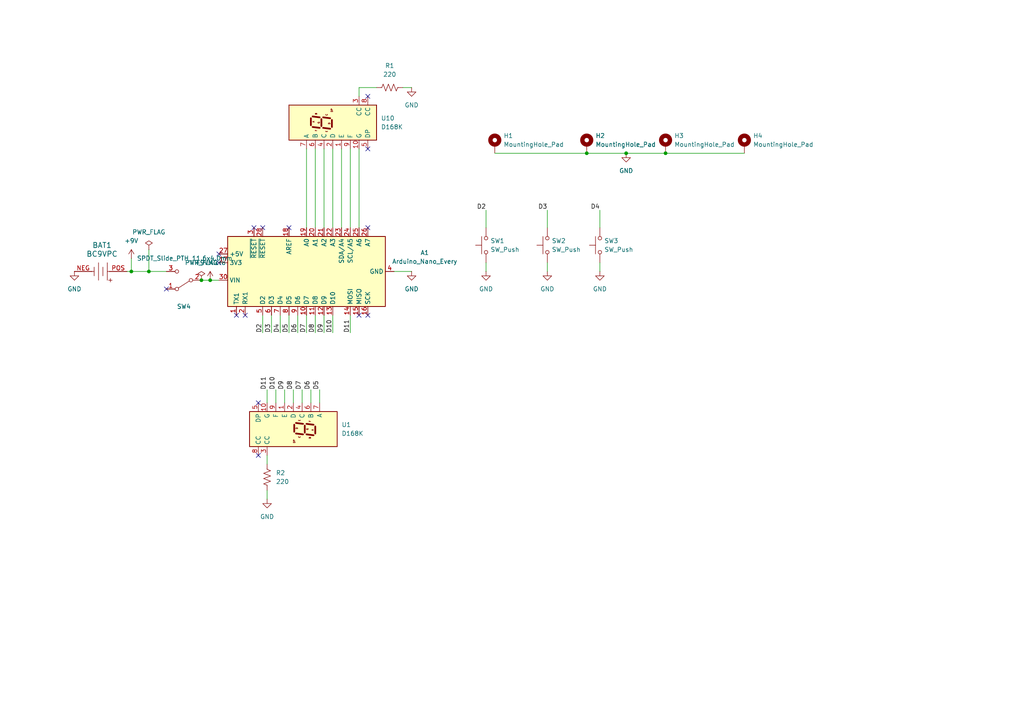
<source format=kicad_sch>
(kicad_sch
	(version 20250114)
	(generator "eeschema")
	(generator_version "9.0")
	(uuid "56687414-ee26-4bb8-8e0f-5ac8699cf180")
	(paper "A4")
	(lib_symbols
		(symbol "Display_Character:D168K"
			(exclude_from_sim no)
			(in_bom yes)
			(on_board yes)
			(property "Reference" "U"
				(at -2.54 13.97 0)
				(effects
					(font
						(size 1.27 1.27)
					)
					(justify right)
				)
			)
			(property "Value" "D168K"
				(at 1.27 13.97 0)
				(effects
					(font
						(size 1.27 1.27)
					)
					(justify left)
				)
			)
			(property "Footprint" "Display_7Segment:D1X8K"
				(at 0 -15.24 0)
				(effects
					(font
						(size 1.27 1.27)
					)
					(hide yes)
				)
			)
			(property "Datasheet" "https://ia800903.us.archive.org/24/items/CTKD1x8K/Cromatek%20D168K.pdf"
				(at -12.7 12.065 0)
				(effects
					(font
						(size 1.27 1.27)
					)
					(justify left)
					(hide yes)
				)
			)
			(property "Description" "One digit 7 segment ultra bright red LED, low current, common cathode"
				(at 0 0 0)
				(effects
					(font
						(size 1.27 1.27)
					)
					(hide yes)
				)
			)
			(property "ki_keywords" "display LED 7-segment"
				(at 0 0 0)
				(effects
					(font
						(size 1.27 1.27)
					)
					(hide yes)
				)
			)
			(property "ki_fp_filters" "D1X8K*"
				(at 0 0 0)
				(effects
					(font
						(size 1.27 1.27)
					)
					(hide yes)
				)
			)
			(symbol "D168K_0_0"
				(text "E"
					(at -2.54 1.778 0)
					(effects
						(font
							(size 0.508 0.508)
						)
					)
				)
				(text "F"
					(at -2.286 4.826 0)
					(effects
						(font
							(size 0.508 0.508)
						)
					)
				)
				(text "D"
					(at -0.254 1.016 0)
					(effects
						(font
							(size 0.508 0.508)
						)
					)
				)
				(text "G"
					(at 0 4.064 0)
					(effects
						(font
							(size 0.508 0.508)
						)
					)
				)
				(text "A"
					(at 0.254 5.588 0)
					(effects
						(font
							(size 0.508 0.508)
						)
					)
				)
				(text "C"
					(at 2.286 1.778 0)
					(effects
						(font
							(size 0.508 0.508)
						)
					)
				)
				(text "B"
					(at 2.54 4.826 0)
					(effects
						(font
							(size 0.508 0.508)
						)
					)
				)
				(text "DP"
					(at 3.556 0.254 0)
					(effects
						(font
							(size 0.508 0.508)
						)
					)
				)
			)
			(symbol "D168K_0_1"
				(rectangle
					(start -5.08 12.7)
					(end 5.08 -12.7)
					(stroke
						(width 0.254)
						(type default)
					)
					(fill
						(type background)
					)
				)
				(polyline
					(pts
						(xy -1.524 2.794) (xy -1.778 0.762)
					)
					(stroke
						(width 0.508)
						(type default)
					)
					(fill
						(type none)
					)
				)
				(polyline
					(pts
						(xy -1.27 5.842) (xy -1.524 3.81)
					)
					(stroke
						(width 0.508)
						(type default)
					)
					(fill
						(type none)
					)
				)
				(polyline
					(pts
						(xy -1.27 0.254) (xy 0.762 0.254)
					)
					(stroke
						(width 0.508)
						(type default)
					)
					(fill
						(type none)
					)
				)
				(polyline
					(pts
						(xy -1.016 3.302) (xy 1.016 3.302)
					)
					(stroke
						(width 0.508)
						(type default)
					)
					(fill
						(type none)
					)
				)
				(polyline
					(pts
						(xy -0.762 6.35) (xy 1.27 6.35)
					)
					(stroke
						(width 0.508)
						(type default)
					)
					(fill
						(type none)
					)
				)
				(polyline
					(pts
						(xy 1.524 2.794) (xy 1.27 0.762)
					)
					(stroke
						(width 0.508)
						(type default)
					)
					(fill
						(type none)
					)
				)
				(polyline
					(pts
						(xy 1.778 5.842) (xy 1.524 3.81)
					)
					(stroke
						(width 0.508)
						(type default)
					)
					(fill
						(type none)
					)
				)
				(polyline
					(pts
						(xy 2.54 0.254) (xy 2.54 0.254)
					)
					(stroke
						(width 0.508)
						(type default)
					)
					(fill
						(type none)
					)
				)
			)
			(symbol "D168K_1_1"
				(pin input line
					(at -7.62 7.62 0)
					(length 2.54)
					(name "A"
						(effects
							(font
								(size 1.27 1.27)
							)
						)
					)
					(number "7"
						(effects
							(font
								(size 1.27 1.27)
							)
						)
					)
				)
				(pin input line
					(at -7.62 5.08 0)
					(length 2.54)
					(name "B"
						(effects
							(font
								(size 1.27 1.27)
							)
						)
					)
					(number "6"
						(effects
							(font
								(size 1.27 1.27)
							)
						)
					)
				)
				(pin input line
					(at -7.62 2.54 0)
					(length 2.54)
					(name "C"
						(effects
							(font
								(size 1.27 1.27)
							)
						)
					)
					(number "4"
						(effects
							(font
								(size 1.27 1.27)
							)
						)
					)
				)
				(pin input line
					(at -7.62 0 0)
					(length 2.54)
					(name "D"
						(effects
							(font
								(size 1.27 1.27)
							)
						)
					)
					(number "2"
						(effects
							(font
								(size 1.27 1.27)
							)
						)
					)
				)
				(pin input line
					(at -7.62 -2.54 0)
					(length 2.54)
					(name "E"
						(effects
							(font
								(size 1.27 1.27)
							)
						)
					)
					(number "1"
						(effects
							(font
								(size 1.27 1.27)
							)
						)
					)
				)
				(pin input line
					(at -7.62 -5.08 0)
					(length 2.54)
					(name "F"
						(effects
							(font
								(size 1.27 1.27)
							)
						)
					)
					(number "9"
						(effects
							(font
								(size 1.27 1.27)
							)
						)
					)
				)
				(pin input line
					(at -7.62 -7.62 0)
					(length 2.54)
					(name "G"
						(effects
							(font
								(size 1.27 1.27)
							)
						)
					)
					(number "10"
						(effects
							(font
								(size 1.27 1.27)
							)
						)
					)
				)
				(pin input line
					(at -7.62 -10.16 0)
					(length 2.54)
					(name "DP"
						(effects
							(font
								(size 1.27 1.27)
							)
						)
					)
					(number "5"
						(effects
							(font
								(size 1.27 1.27)
							)
						)
					)
				)
				(pin input line
					(at 7.62 -7.62 180)
					(length 2.54)
					(name "CC"
						(effects
							(font
								(size 1.27 1.27)
							)
						)
					)
					(number "3"
						(effects
							(font
								(size 1.27 1.27)
							)
						)
					)
				)
				(pin input line
					(at 7.62 -10.16 180)
					(length 2.54)
					(name "CC"
						(effects
							(font
								(size 1.27 1.27)
							)
						)
					)
					(number "8"
						(effects
							(font
								(size 1.27 1.27)
							)
						)
					)
				)
			)
			(embedded_fonts no)
		)
		(symbol "MCU_Module:Arduino_Nano_Every"
			(exclude_from_sim no)
			(in_bom yes)
			(on_board yes)
			(property "Reference" "A"
				(at -10.16 23.495 0)
				(effects
					(font
						(size 1.27 1.27)
					)
					(justify left bottom)
				)
			)
			(property "Value" "Arduino_Nano_Every"
				(at 5.08 -24.13 0)
				(effects
					(font
						(size 1.27 1.27)
					)
					(justify left top)
				)
			)
			(property "Footprint" "Module:Arduino_Nano"
				(at 0 0 0)
				(effects
					(font
						(size 1.27 1.27)
						(italic yes)
					)
					(hide yes)
				)
			)
			(property "Datasheet" "https://content.arduino.cc/assets/NANOEveryV3.0_sch.pdf"
				(at 0 0 0)
				(effects
					(font
						(size 1.27 1.27)
					)
					(hide yes)
				)
			)
			(property "Description" "Arduino Nano Every"
				(at 0 0 0)
				(effects
					(font
						(size 1.27 1.27)
					)
					(hide yes)
				)
			)
			(property "ki_keywords" "Arduino nano microcontroller module USB UPDI AATMega4809 AVR"
				(at 0 0 0)
				(effects
					(font
						(size 1.27 1.27)
					)
					(hide yes)
				)
			)
			(property "ki_fp_filters" "Arduino*Nano*"
				(at 0 0 0)
				(effects
					(font
						(size 1.27 1.27)
					)
					(hide yes)
				)
			)
			(symbol "Arduino_Nano_Every_0_1"
				(rectangle
					(start -10.16 22.86)
					(end 10.16 -22.86)
					(stroke
						(width 0.254)
						(type default)
					)
					(fill
						(type background)
					)
				)
			)
			(symbol "Arduino_Nano_Every_1_1"
				(pin bidirectional line
					(at -12.7 20.32 0)
					(length 2.54)
					(name "TX1"
						(effects
							(font
								(size 1.27 1.27)
							)
						)
					)
					(number "1"
						(effects
							(font
								(size 1.27 1.27)
							)
						)
					)
				)
				(pin bidirectional line
					(at -12.7 17.78 0)
					(length 2.54)
					(name "RX1"
						(effects
							(font
								(size 1.27 1.27)
							)
						)
					)
					(number "2"
						(effects
							(font
								(size 1.27 1.27)
							)
						)
					)
				)
				(pin bidirectional line
					(at -12.7 12.7 0)
					(length 2.54)
					(name "D2"
						(effects
							(font
								(size 1.27 1.27)
							)
						)
					)
					(number "5"
						(effects
							(font
								(size 1.27 1.27)
							)
						)
					)
				)
				(pin bidirectional line
					(at -12.7 10.16 0)
					(length 2.54)
					(name "D3"
						(effects
							(font
								(size 1.27 1.27)
							)
						)
					)
					(number "6"
						(effects
							(font
								(size 1.27 1.27)
							)
						)
					)
				)
				(pin bidirectional line
					(at -12.7 7.62 0)
					(length 2.54)
					(name "D4"
						(effects
							(font
								(size 1.27 1.27)
							)
						)
					)
					(number "7"
						(effects
							(font
								(size 1.27 1.27)
							)
						)
					)
				)
				(pin bidirectional line
					(at -12.7 5.08 0)
					(length 2.54)
					(name "D5"
						(effects
							(font
								(size 1.27 1.27)
							)
						)
					)
					(number "8"
						(effects
							(font
								(size 1.27 1.27)
							)
						)
					)
				)
				(pin bidirectional line
					(at -12.7 2.54 0)
					(length 2.54)
					(name "D6"
						(effects
							(font
								(size 1.27 1.27)
							)
						)
					)
					(number "9"
						(effects
							(font
								(size 1.27 1.27)
							)
						)
					)
				)
				(pin bidirectional line
					(at -12.7 0 0)
					(length 2.54)
					(name "D7"
						(effects
							(font
								(size 1.27 1.27)
							)
						)
					)
					(number "10"
						(effects
							(font
								(size 1.27 1.27)
							)
						)
					)
				)
				(pin bidirectional line
					(at -12.7 -2.54 0)
					(length 2.54)
					(name "D8"
						(effects
							(font
								(size 1.27 1.27)
							)
						)
					)
					(number "11"
						(effects
							(font
								(size 1.27 1.27)
							)
						)
					)
				)
				(pin bidirectional line
					(at -12.7 -5.08 0)
					(length 2.54)
					(name "D9"
						(effects
							(font
								(size 1.27 1.27)
							)
						)
					)
					(number "12"
						(effects
							(font
								(size 1.27 1.27)
							)
						)
					)
				)
				(pin bidirectional line
					(at -12.7 -7.62 0)
					(length 2.54)
					(name "D10"
						(effects
							(font
								(size 1.27 1.27)
							)
						)
					)
					(number "13"
						(effects
							(font
								(size 1.27 1.27)
							)
						)
					)
				)
				(pin bidirectional line
					(at -12.7 -12.7 0)
					(length 2.54)
					(name "MOSI"
						(effects
							(font
								(size 1.27 1.27)
							)
						)
					)
					(number "14"
						(effects
							(font
								(size 1.27 1.27)
							)
						)
					)
				)
				(pin bidirectional line
					(at -12.7 -15.24 0)
					(length 2.54)
					(name "MISO"
						(effects
							(font
								(size 1.27 1.27)
							)
						)
					)
					(number "15"
						(effects
							(font
								(size 1.27 1.27)
							)
						)
					)
				)
				(pin bidirectional line
					(at -12.7 -17.78 0)
					(length 2.54)
					(name "SCK"
						(effects
							(font
								(size 1.27 1.27)
							)
						)
					)
					(number "16"
						(effects
							(font
								(size 1.27 1.27)
							)
						)
					)
				)
				(pin power_in line
					(at -2.54 25.4 270)
					(length 2.54)
					(name "VIN"
						(effects
							(font
								(size 1.27 1.27)
							)
						)
					)
					(number "30"
						(effects
							(font
								(size 1.27 1.27)
							)
						)
					)
				)
				(pin passive line
					(at 0 -25.4 90)
					(length 2.54)
					(hide yes)
					(name "GND"
						(effects
							(font
								(size 1.27 1.27)
							)
						)
					)
					(number "29"
						(effects
							(font
								(size 1.27 1.27)
							)
						)
					)
				)
				(pin power_in line
					(at 0 -25.4 90)
					(length 2.54)
					(name "GND"
						(effects
							(font
								(size 1.27 1.27)
							)
						)
					)
					(number "4"
						(effects
							(font
								(size 1.27 1.27)
							)
						)
					)
				)
				(pin power_out line
					(at 2.54 25.4 270)
					(length 2.54)
					(name "3V3"
						(effects
							(font
								(size 1.27 1.27)
							)
						)
					)
					(number "17"
						(effects
							(font
								(size 1.27 1.27)
							)
						)
					)
				)
				(pin power_out line
					(at 5.08 25.4 270)
					(length 2.54)
					(name "+5V"
						(effects
							(font
								(size 1.27 1.27)
							)
						)
					)
					(number "27"
						(effects
							(font
								(size 1.27 1.27)
							)
						)
					)
				)
				(pin input line
					(at 12.7 15.24 180)
					(length 2.54)
					(name "~{RESET}"
						(effects
							(font
								(size 1.27 1.27)
							)
						)
					)
					(number "3"
						(effects
							(font
								(size 1.27 1.27)
							)
						)
					)
				)
				(pin input line
					(at 12.7 12.7 180)
					(length 2.54)
					(name "~{RESET}"
						(effects
							(font
								(size 1.27 1.27)
							)
						)
					)
					(number "28"
						(effects
							(font
								(size 1.27 1.27)
							)
						)
					)
				)
				(pin input line
					(at 12.7 5.08 180)
					(length 2.54)
					(name "AREF"
						(effects
							(font
								(size 1.27 1.27)
							)
						)
					)
					(number "18"
						(effects
							(font
								(size 1.27 1.27)
							)
						)
					)
				)
				(pin bidirectional line
					(at 12.7 0 180)
					(length 2.54)
					(name "A0"
						(effects
							(font
								(size 1.27 1.27)
							)
						)
					)
					(number "19"
						(effects
							(font
								(size 1.27 1.27)
							)
						)
					)
				)
				(pin bidirectional line
					(at 12.7 -2.54 180)
					(length 2.54)
					(name "A1"
						(effects
							(font
								(size 1.27 1.27)
							)
						)
					)
					(number "20"
						(effects
							(font
								(size 1.27 1.27)
							)
						)
					)
				)
				(pin bidirectional line
					(at 12.7 -5.08 180)
					(length 2.54)
					(name "A2"
						(effects
							(font
								(size 1.27 1.27)
							)
						)
					)
					(number "21"
						(effects
							(font
								(size 1.27 1.27)
							)
						)
					)
				)
				(pin bidirectional line
					(at 12.7 -7.62 180)
					(length 2.54)
					(name "A3"
						(effects
							(font
								(size 1.27 1.27)
							)
						)
					)
					(number "22"
						(effects
							(font
								(size 1.27 1.27)
							)
						)
					)
				)
				(pin bidirectional line
					(at 12.7 -10.16 180)
					(length 2.54)
					(name "SDA/A4"
						(effects
							(font
								(size 1.27 1.27)
							)
						)
					)
					(number "23"
						(effects
							(font
								(size 1.27 1.27)
							)
						)
					)
				)
				(pin bidirectional line
					(at 12.7 -12.7 180)
					(length 2.54)
					(name "SCL/A5"
						(effects
							(font
								(size 1.27 1.27)
							)
						)
					)
					(number "24"
						(effects
							(font
								(size 1.27 1.27)
							)
						)
					)
				)
				(pin bidirectional line
					(at 12.7 -15.24 180)
					(length 2.54)
					(name "A6"
						(effects
							(font
								(size 1.27 1.27)
							)
						)
					)
					(number "25"
						(effects
							(font
								(size 1.27 1.27)
							)
						)
					)
				)
				(pin bidirectional line
					(at 12.7 -17.78 180)
					(length 2.54)
					(name "A7"
						(effects
							(font
								(size 1.27 1.27)
							)
						)
					)
					(number "26"
						(effects
							(font
								(size 1.27 1.27)
							)
						)
					)
				)
			)
			(embedded_fonts no)
		)
		(symbol "Mechanical:MountingHole_Pad"
			(pin_numbers
				(hide yes)
			)
			(pin_names
				(offset 1.016)
				(hide yes)
			)
			(exclude_from_sim no)
			(in_bom no)
			(on_board yes)
			(property "Reference" "H"
				(at 0 6.35 0)
				(effects
					(font
						(size 1.27 1.27)
					)
				)
			)
			(property "Value" "MountingHole_Pad"
				(at 0 4.445 0)
				(effects
					(font
						(size 1.27 1.27)
					)
				)
			)
			(property "Footprint" ""
				(at 0 0 0)
				(effects
					(font
						(size 1.27 1.27)
					)
					(hide yes)
				)
			)
			(property "Datasheet" "~"
				(at 0 0 0)
				(effects
					(font
						(size 1.27 1.27)
					)
					(hide yes)
				)
			)
			(property "Description" "Mounting Hole with connection"
				(at 0 0 0)
				(effects
					(font
						(size 1.27 1.27)
					)
					(hide yes)
				)
			)
			(property "ki_keywords" "mounting hole"
				(at 0 0 0)
				(effects
					(font
						(size 1.27 1.27)
					)
					(hide yes)
				)
			)
			(property "ki_fp_filters" "MountingHole*Pad*"
				(at 0 0 0)
				(effects
					(font
						(size 1.27 1.27)
					)
					(hide yes)
				)
			)
			(symbol "MountingHole_Pad_0_1"
				(circle
					(center 0 1.27)
					(radius 1.27)
					(stroke
						(width 1.27)
						(type default)
					)
					(fill
						(type none)
					)
				)
			)
			(symbol "MountingHole_Pad_1_1"
				(pin input line
					(at 0 -2.54 90)
					(length 2.54)
					(name "1"
						(effects
							(font
								(size 1.27 1.27)
							)
						)
					)
					(number "1"
						(effects
							(font
								(size 1.27 1.27)
							)
						)
					)
				)
			)
			(embedded_fonts no)
		)
		(symbol "SparkFun-Resistor:R"
			(pin_numbers
				(hide yes)
			)
			(pin_names
				(offset 0)
			)
			(exclude_from_sim no)
			(in_bom yes)
			(on_board yes)
			(property "Reference" "R"
				(at 0 -2.54 0)
				(effects
					(font
						(size 1.27 1.27)
					)
				)
			)
			(property "Value" "1k"
				(at 0 2.54 0)
				(effects
					(font
						(size 1.27 1.27)
					)
				)
			)
			(property "Footprint" "SparkFun-Resistor:R_0603_1608Metric"
				(at 0 -4.572 0)
				(effects
					(font
						(size 1.27 1.27)
					)
					(hide yes)
				)
			)
			(property "Datasheet" "https://www.vishay.com/docs/20035/dcrcwe3.pdf"
				(at -1.27 -8.89 0)
				(effects
					(font
						(size 1.27 1.27)
					)
					(hide yes)
				)
			)
			(property "Description" "Resistor"
				(at 0 -11.43 0)
				(effects
					(font
						(size 1.27 1.27)
					)
					(hide yes)
				)
			)
			(property "PROD_ID" "RES-07856"
				(at 0 -6.858 0)
				(effects
					(font
						(size 1.27 1.27)
					)
					(hide yes)
				)
			)
			(property "ki_keywords" "SparkFun R res resistor"
				(at 0 0 0)
				(effects
					(font
						(size 1.27 1.27)
					)
					(hide yes)
				)
			)
			(property "ki_fp_filters" "R_*"
				(at 0 0 0)
				(effects
					(font
						(size 1.27 1.27)
					)
					(hide yes)
				)
			)
			(symbol "R_0_1"
				(polyline
					(pts
						(xy -2.286 0) (xy -2.54 0)
					)
					(stroke
						(width 0)
						(type default)
					)
					(fill
						(type none)
					)
				)
				(polyline
					(pts
						(xy -0.762 0) (xy -1.143 -1.016) (xy -1.524 0) (xy -1.905 1.016) (xy -2.286 0)
					)
					(stroke
						(width 0)
						(type default)
					)
					(fill
						(type none)
					)
				)
				(polyline
					(pts
						(xy 0.762 0) (xy 0.381 -1.016) (xy 0 0) (xy -0.381 1.016) (xy -0.762 0)
					)
					(stroke
						(width 0)
						(type default)
					)
					(fill
						(type none)
					)
				)
				(polyline
					(pts
						(xy 2.286 0) (xy 2.54 0)
					)
					(stroke
						(width 0)
						(type default)
					)
					(fill
						(type none)
					)
				)
				(polyline
					(pts
						(xy 2.286 0) (xy 1.905 -1.016) (xy 1.524 0) (xy 1.143 1.016) (xy 0.762 0)
					)
					(stroke
						(width 0)
						(type default)
					)
					(fill
						(type none)
					)
				)
			)
			(symbol "R_1_1"
				(pin passive line
					(at -3.81 0 0)
					(length 1.27)
					(name "~"
						(effects
							(font
								(size 1.27 1.27)
							)
						)
					)
					(number "2"
						(effects
							(font
								(size 1.27 1.27)
							)
						)
					)
				)
				(pin passive line
					(at 3.81 0 180)
					(length 1.27)
					(name "~"
						(effects
							(font
								(size 1.27 1.27)
							)
						)
					)
					(number "1"
						(effects
							(font
								(size 1.27 1.27)
							)
						)
					)
				)
			)
			(embedded_fonts no)
		)
		(symbol "SparkFun-Switch:SPDT_Slide_PTH_11.6x4.0mm"
			(pin_names
				(offset 0)
				(hide yes)
			)
			(exclude_from_sim no)
			(in_bom yes)
			(on_board yes)
			(property "Reference" "SW"
				(at 0 4.318 0)
				(effects
					(font
						(size 1.27 1.27)
					)
				)
			)
			(property "Value" "SPDT_Slide_PTH_11.6x4.0mm"
				(at 0 -5.08 0)
				(effects
					(font
						(size 1.27 1.27)
					)
				)
			)
			(property "Footprint" "SparkFun-Switch:Slide_SPDT_PTH_11.6x4.0mm"
				(at 0 -7.62 0)
				(effects
					(font
						(size 1.27 1.27)
					)
					(hide yes)
				)
			)
			(property "Datasheet" "https://www.sparkfun.com/datasheets/Components/Buttons/P040040c.pdf"
				(at 0 -10.16 0)
				(effects
					(font
						(size 1.27 1.27)
					)
					(hide yes)
				)
			)
			(property "Description" "Switch, single pole double throw"
				(at 0 -15.24 0)
				(effects
					(font
						(size 1.27 1.27)
					)
					(hide yes)
				)
			)
			(property "PROD_ID" "SWCH-08261"
				(at 0 -12.7 0)
				(effects
					(font
						(size 1.27 1.27)
					)
					(hide yes)
				)
			)
			(property "Mrg Part#" ""
				(at 0 -15.24 0)
				(effects
					(font
						(size 1.27 1.27)
					)
					(hide yes)
				)
			)
			(property "ki_keywords" "SparkFun switch single-pole double-throw spdt ON-ON"
				(at 0 0 0)
				(effects
					(font
						(size 1.27 1.27)
					)
					(hide yes)
				)
			)
			(symbol "SPDT_Slide_PTH_11.6x4.0mm_0_0"
				(circle
					(center -2.032 0)
					(radius 0.508)
					(stroke
						(width 0)
						(type default)
					)
					(fill
						(type none)
					)
				)
				(circle
					(center 2.032 -2.54)
					(radius 0.508)
					(stroke
						(width 0)
						(type default)
					)
					(fill
						(type none)
					)
				)
			)
			(symbol "SPDT_Slide_PTH_11.6x4.0mm_0_1"
				(polyline
					(pts
						(xy -1.524 0.254) (xy 1.651 2.286)
					)
					(stroke
						(width 0)
						(type default)
					)
					(fill
						(type none)
					)
				)
				(circle
					(center 2.032 2.54)
					(radius 0.508)
					(stroke
						(width 0)
						(type default)
					)
					(fill
						(type none)
					)
				)
			)
			(symbol "SPDT_Slide_PTH_11.6x4.0mm_1_1"
				(pin passive line
					(at -5.08 0 0)
					(length 2.54)
					(name "B"
						(effects
							(font
								(size 1.27 1.27)
							)
						)
					)
					(number "2"
						(effects
							(font
								(size 1.27 1.27)
							)
						)
					)
				)
				(pin passive line
					(at 5.08 2.54 180)
					(length 2.54)
					(name "A"
						(effects
							(font
								(size 1.27 1.27)
							)
						)
					)
					(number "1"
						(effects
							(font
								(size 1.27 1.27)
							)
						)
					)
				)
				(pin passive line
					(at 5.08 -2.54 180)
					(length 2.54)
					(name "C"
						(effects
							(font
								(size 1.27 1.27)
							)
						)
					)
					(number "3"
						(effects
							(font
								(size 1.27 1.27)
							)
						)
					)
				)
			)
			(embedded_fonts no)
		)
		(symbol "Switch:SW_Push"
			(pin_numbers
				(hide yes)
			)
			(pin_names
				(offset 1.016)
				(hide yes)
			)
			(exclude_from_sim no)
			(in_bom yes)
			(on_board yes)
			(property "Reference" "SW"
				(at 1.27 2.54 0)
				(effects
					(font
						(size 1.27 1.27)
					)
					(justify left)
				)
			)
			(property "Value" "SW_Push"
				(at 0 -1.524 0)
				(effects
					(font
						(size 1.27 1.27)
					)
				)
			)
			(property "Footprint" ""
				(at 0 5.08 0)
				(effects
					(font
						(size 1.27 1.27)
					)
					(hide yes)
				)
			)
			(property "Datasheet" "~"
				(at 0 5.08 0)
				(effects
					(font
						(size 1.27 1.27)
					)
					(hide yes)
				)
			)
			(property "Description" "Push button switch, generic, two pins"
				(at 0 0 0)
				(effects
					(font
						(size 1.27 1.27)
					)
					(hide yes)
				)
			)
			(property "ki_keywords" "switch normally-open pushbutton push-button"
				(at 0 0 0)
				(effects
					(font
						(size 1.27 1.27)
					)
					(hide yes)
				)
			)
			(symbol "SW_Push_0_1"
				(circle
					(center -2.032 0)
					(radius 0.508)
					(stroke
						(width 0)
						(type default)
					)
					(fill
						(type none)
					)
				)
				(polyline
					(pts
						(xy 0 1.27) (xy 0 3.048)
					)
					(stroke
						(width 0)
						(type default)
					)
					(fill
						(type none)
					)
				)
				(circle
					(center 2.032 0)
					(radius 0.508)
					(stroke
						(width 0)
						(type default)
					)
					(fill
						(type none)
					)
				)
				(polyline
					(pts
						(xy 2.54 1.27) (xy -2.54 1.27)
					)
					(stroke
						(width 0)
						(type default)
					)
					(fill
						(type none)
					)
				)
				(pin passive line
					(at -5.08 0 0)
					(length 2.54)
					(name "1"
						(effects
							(font
								(size 1.27 1.27)
							)
						)
					)
					(number "1"
						(effects
							(font
								(size 1.27 1.27)
							)
						)
					)
				)
				(pin passive line
					(at 5.08 0 180)
					(length 2.54)
					(name "2"
						(effects
							(font
								(size 1.27 1.27)
							)
						)
					)
					(number "2"
						(effects
							(font
								(size 1.27 1.27)
							)
						)
					)
				)
			)
			(embedded_fonts no)
		)
		(symbol "dk_Battery-Holders-Clips-Contacts:BC9VPC"
			(pin_names
				(offset 1.016)
			)
			(exclude_from_sim no)
			(in_bom yes)
			(on_board yes)
			(property "Reference" "BAT"
				(at 0 5.08 0)
				(effects
					(font
						(size 1.524 1.524)
					)
				)
			)
			(property "Value" "BC9VPC"
				(at 0 -5.08 0)
				(effects
					(font
						(size 1.524 1.524)
					)
				)
			)
			(property "Footprint" "digikey-footprints:Battery_Holder_9V_BC9VPC-ND"
				(at 5.08 5.08 0)
				(effects
					(font
						(size 1.524 1.524)
					)
					(justify left)
					(hide yes)
				)
			)
			(property "Datasheet" "http://www.memoryprotectiondevices.com/datasheets/BC9VPC-datasheet.pdf"
				(at 5.08 7.62 0)
				(effects
					(font
						(size 1.524 1.524)
					)
					(justify left)
					(hide yes)
				)
			)
			(property "Description" "BATTERY HOLDER 9V PC PIN"
				(at 0 0 0)
				(effects
					(font
						(size 1.27 1.27)
					)
					(hide yes)
				)
			)
			(property "Digi-Key_PN" "BC9VPC-ND"
				(at 5.08 10.16 0)
				(effects
					(font
						(size 1.524 1.524)
					)
					(justify left)
					(hide yes)
				)
			)
			(property "MPN" "BC9VPC"
				(at 5.08 12.7 0)
				(effects
					(font
						(size 1.524 1.524)
					)
					(justify left)
					(hide yes)
				)
			)
			(property "Category" "Battery Products"
				(at 5.08 15.24 0)
				(effects
					(font
						(size 1.524 1.524)
					)
					(justify left)
					(hide yes)
				)
			)
			(property "Family" "Battery Holders, Clips, Contacts"
				(at 5.08 17.78 0)
				(effects
					(font
						(size 1.524 1.524)
					)
					(justify left)
					(hide yes)
				)
			)
			(property "DK_Datasheet_Link" "http://www.memoryprotectiondevices.com/datasheets/BC9VPC-datasheet.pdf"
				(at 5.08 20.32 0)
				(effects
					(font
						(size 1.524 1.524)
					)
					(justify left)
					(hide yes)
				)
			)
			(property "DK_Detail_Page" "/product-detail/en/mpd-memory-protection-devices/BC9VPC/BC9VPC-ND/257747"
				(at 5.08 22.86 0)
				(effects
					(font
						(size 1.524 1.524)
					)
					(justify left)
					(hide yes)
				)
			)
			(property "Description_1" "BATTERY HOLDER 9V PC PIN"
				(at 5.08 25.4 0)
				(effects
					(font
						(size 1.524 1.524)
					)
					(justify left)
					(hide yes)
				)
			)
			(property "Manufacturer" "MPD (Memory Protection Devices)"
				(at 5.08 27.94 0)
				(effects
					(font
						(size 1.524 1.524)
					)
					(justify left)
					(hide yes)
				)
			)
			(property "Status" "Active"
				(at 5.08 30.48 0)
				(effects
					(font
						(size 1.524 1.524)
					)
					(justify left)
					(hide yes)
				)
			)
			(property "ki_keywords" "BC9VPC-ND"
				(at 0 0 0)
				(effects
					(font
						(size 1.27 1.27)
					)
					(hide yes)
				)
			)
			(symbol "BC9VPC_1_1"
				(polyline
					(pts
						(xy -2.794 3.048) (xy -2.794 2.032)
					)
					(stroke
						(width 0)
						(type solid)
					)
					(fill
						(type none)
					)
				)
				(polyline
					(pts
						(xy -2.286 2.54) (xy -3.302 2.54)
					)
					(stroke
						(width 0)
						(type solid)
					)
					(fill
						(type none)
					)
				)
				(polyline
					(pts
						(xy -1.905 2.54) (xy -1.905 -2.54)
					)
					(stroke
						(width 0)
						(type solid)
					)
					(fill
						(type none)
					)
				)
				(polyline
					(pts
						(xy -1.905 0) (xy -2.54 0)
					)
					(stroke
						(width 0)
						(type solid)
					)
					(fill
						(type none)
					)
				)
				(polyline
					(pts
						(xy -0.635 1.27) (xy -0.635 -1.27)
					)
					(stroke
						(width 0)
						(type solid)
					)
					(fill
						(type none)
					)
				)
				(polyline
					(pts
						(xy 0.635 2.54) (xy 0.635 -2.54)
					)
					(stroke
						(width 0)
						(type solid)
					)
					(fill
						(type none)
					)
				)
				(polyline
					(pts
						(xy 1.905 1.27) (xy 1.905 -1.27)
					)
					(stroke
						(width 0)
						(type solid)
					)
					(fill
						(type none)
					)
				)
				(polyline
					(pts
						(xy 2.54 0) (xy 1.905 0)
					)
					(stroke
						(width 0)
						(type solid)
					)
					(fill
						(type none)
					)
				)
				(pin power_in line
					(at -7.62 0 0)
					(length 5.08)
					(name "~"
						(effects
							(font
								(size 1.27 1.27)
							)
						)
					)
					(number "POS"
						(effects
							(font
								(size 1.27 1.27)
							)
						)
					)
				)
				(pin power_in line
					(at 7.62 0 180)
					(length 5.08)
					(name "~"
						(effects
							(font
								(size 1.27 1.27)
							)
						)
					)
					(number "NEG"
						(effects
							(font
								(size 1.27 1.27)
							)
						)
					)
				)
			)
			(embedded_fonts no)
		)
		(symbol "power:+9V"
			(power)
			(pin_numbers
				(hide yes)
			)
			(pin_names
				(offset 0)
				(hide yes)
			)
			(exclude_from_sim no)
			(in_bom yes)
			(on_board yes)
			(property "Reference" "#PWR"
				(at 0 -3.81 0)
				(effects
					(font
						(size 1.27 1.27)
					)
					(hide yes)
				)
			)
			(property "Value" "+9V"
				(at 0 3.556 0)
				(effects
					(font
						(size 1.27 1.27)
					)
				)
			)
			(property "Footprint" ""
				(at 0 0 0)
				(effects
					(font
						(size 1.27 1.27)
					)
					(hide yes)
				)
			)
			(property "Datasheet" ""
				(at 0 0 0)
				(effects
					(font
						(size 1.27 1.27)
					)
					(hide yes)
				)
			)
			(property "Description" "Power symbol creates a global label with name \"+9V\""
				(at 0 0 0)
				(effects
					(font
						(size 1.27 1.27)
					)
					(hide yes)
				)
			)
			(property "ki_keywords" "global power"
				(at 0 0 0)
				(effects
					(font
						(size 1.27 1.27)
					)
					(hide yes)
				)
			)
			(symbol "+9V_0_1"
				(polyline
					(pts
						(xy -0.762 1.27) (xy 0 2.54)
					)
					(stroke
						(width 0)
						(type default)
					)
					(fill
						(type none)
					)
				)
				(polyline
					(pts
						(xy 0 2.54) (xy 0.762 1.27)
					)
					(stroke
						(width 0)
						(type default)
					)
					(fill
						(type none)
					)
				)
				(polyline
					(pts
						(xy 0 0) (xy 0 2.54)
					)
					(stroke
						(width 0)
						(type default)
					)
					(fill
						(type none)
					)
				)
			)
			(symbol "+9V_1_1"
				(pin power_in line
					(at 0 0 90)
					(length 0)
					(name "~"
						(effects
							(font
								(size 1.27 1.27)
							)
						)
					)
					(number "1"
						(effects
							(font
								(size 1.27 1.27)
							)
						)
					)
				)
			)
			(embedded_fonts no)
		)
		(symbol "power:GND"
			(power)
			(pin_numbers
				(hide yes)
			)
			(pin_names
				(offset 0)
				(hide yes)
			)
			(exclude_from_sim no)
			(in_bom yes)
			(on_board yes)
			(property "Reference" "#PWR"
				(at 0 -6.35 0)
				(effects
					(font
						(size 1.27 1.27)
					)
					(hide yes)
				)
			)
			(property "Value" "GND"
				(at 0 -3.81 0)
				(effects
					(font
						(size 1.27 1.27)
					)
				)
			)
			(property "Footprint" ""
				(at 0 0 0)
				(effects
					(font
						(size 1.27 1.27)
					)
					(hide yes)
				)
			)
			(property "Datasheet" ""
				(at 0 0 0)
				(effects
					(font
						(size 1.27 1.27)
					)
					(hide yes)
				)
			)
			(property "Description" "Power symbol creates a global label with name \"GND\" , ground"
				(at 0 0 0)
				(effects
					(font
						(size 1.27 1.27)
					)
					(hide yes)
				)
			)
			(property "ki_keywords" "global power"
				(at 0 0 0)
				(effects
					(font
						(size 1.27 1.27)
					)
					(hide yes)
				)
			)
			(symbol "GND_0_1"
				(polyline
					(pts
						(xy 0 0) (xy 0 -1.27) (xy 1.27 -1.27) (xy 0 -2.54) (xy -1.27 -1.27) (xy 0 -1.27)
					)
					(stroke
						(width 0)
						(type default)
					)
					(fill
						(type none)
					)
				)
			)
			(symbol "GND_1_1"
				(pin power_in line
					(at 0 0 270)
					(length 0)
					(name "~"
						(effects
							(font
								(size 1.27 1.27)
							)
						)
					)
					(number "1"
						(effects
							(font
								(size 1.27 1.27)
							)
						)
					)
				)
			)
			(embedded_fonts no)
		)
		(symbol "power:PWR_FLAG"
			(power)
			(pin_numbers
				(hide yes)
			)
			(pin_names
				(offset 0)
				(hide yes)
			)
			(exclude_from_sim no)
			(in_bom yes)
			(on_board yes)
			(property "Reference" "#FLG"
				(at 0 1.905 0)
				(effects
					(font
						(size 1.27 1.27)
					)
					(hide yes)
				)
			)
			(property "Value" "PWR_FLAG"
				(at 0 3.81 0)
				(effects
					(font
						(size 1.27 1.27)
					)
				)
			)
			(property "Footprint" ""
				(at 0 0 0)
				(effects
					(font
						(size 1.27 1.27)
					)
					(hide yes)
				)
			)
			(property "Datasheet" "~"
				(at 0 0 0)
				(effects
					(font
						(size 1.27 1.27)
					)
					(hide yes)
				)
			)
			(property "Description" "Special symbol for telling ERC where power comes from"
				(at 0 0 0)
				(effects
					(font
						(size 1.27 1.27)
					)
					(hide yes)
				)
			)
			(property "ki_keywords" "flag power"
				(at 0 0 0)
				(effects
					(font
						(size 1.27 1.27)
					)
					(hide yes)
				)
			)
			(symbol "PWR_FLAG_0_0"
				(pin power_out line
					(at 0 0 90)
					(length 0)
					(name "~"
						(effects
							(font
								(size 1.27 1.27)
							)
						)
					)
					(number "1"
						(effects
							(font
								(size 1.27 1.27)
							)
						)
					)
				)
			)
			(symbol "PWR_FLAG_0_1"
				(polyline
					(pts
						(xy 0 0) (xy 0 1.27) (xy -1.016 1.905) (xy 0 2.54) (xy 1.016 1.905) (xy 0 1.27)
					)
					(stroke
						(width 0)
						(type default)
					)
					(fill
						(type none)
					)
				)
			)
			(embedded_fonts no)
		)
	)
	(junction
		(at 43.18 78.74)
		(diameter 0)
		(color 0 0 0 0)
		(uuid "087c247d-6582-429b-8e42-6c3c8d911572")
	)
	(junction
		(at 58.42 81.28)
		(diameter 0)
		(color 0 0 0 0)
		(uuid "33eedb82-bfef-4872-b178-050751324f2b")
	)
	(junction
		(at 60.96 81.28)
		(diameter 0)
		(color 0 0 0 0)
		(uuid "3d7ef7fe-ff92-4a7c-878f-b10bac0cb9b0")
	)
	(junction
		(at 170.18 44.45)
		(diameter 0)
		(color 0 0 0 0)
		(uuid "5c0b84d5-c9dc-4de7-b8c8-db7e7e09bee8")
	)
	(junction
		(at 181.61 44.45)
		(diameter 0)
		(color 0 0 0 0)
		(uuid "9f25e37c-01a7-4fbb-96b7-9a66b00ffb8d")
	)
	(junction
		(at 38.1 78.74)
		(diameter 0)
		(color 0 0 0 0)
		(uuid "cbae0b81-f181-410b-bd75-7f49af8b27e3")
	)
	(junction
		(at 193.04 44.45)
		(diameter 0)
		(color 0 0 0 0)
		(uuid "f6708009-08f8-4bbe-9245-364b3cf9c5e8")
	)
	(no_connect
		(at 48.26 83.82)
		(uuid "1a483609-ddfe-4377-91e8-3be0e983a972")
	)
	(no_connect
		(at 106.68 27.94)
		(uuid "25d3a239-e25c-4ccb-9061-4721f9c79055")
	)
	(no_connect
		(at 63.5 73.66)
		(uuid "3bf38178-2006-442e-b783-e9aa01a9c742")
	)
	(no_connect
		(at 76.2 66.04)
		(uuid "5048ef2a-b7d4-4487-a69d-41bc9267ac72")
	)
	(no_connect
		(at 73.66 66.04)
		(uuid "783e0b9a-ae31-4bc4-9840-789220eff29f")
	)
	(no_connect
		(at 106.68 43.18)
		(uuid "83892b48-23ff-4abd-9b39-5ec91480cc3e")
	)
	(no_connect
		(at 83.82 66.04)
		(uuid "87a4944f-72c2-4e01-9c3e-907479f69b8d")
	)
	(no_connect
		(at 63.5 76.2)
		(uuid "8df35d85-f535-417f-a970-7de2498263fa")
	)
	(no_connect
		(at 74.93 132.08)
		(uuid "a0c5c769-aa9f-4367-a816-c232573f967e")
	)
	(no_connect
		(at 106.68 66.04)
		(uuid "afd2e7c3-d52e-45c9-aac9-78843af85d13")
	)
	(no_connect
		(at 71.12 91.44)
		(uuid "c573b908-8771-4f31-ad35-a30368340439")
	)
	(no_connect
		(at 74.93 116.84)
		(uuid "dc36e31f-eadd-432e-aea6-cdab0be72c48")
	)
	(no_connect
		(at 106.68 91.44)
		(uuid "f51393b0-50f3-4845-8a7c-fc3a3dbd5f7b")
	)
	(no_connect
		(at 104.14 91.44)
		(uuid "f78bad0d-6917-4f0e-8d00-cb842a1304e9")
	)
	(no_connect
		(at 68.58 91.44)
		(uuid "fae4bbe5-2239-43d8-8101-aea5f2d23f37")
	)
	(wire
		(pts
			(xy 91.44 43.18) (xy 91.44 66.04)
		)
		(stroke
			(width 0)
			(type default)
		)
		(uuid "053eebb8-7d15-4b76-a706-6446edab05c3")
	)
	(wire
		(pts
			(xy 82.55 113.03) (xy 82.55 116.84)
		)
		(stroke
			(width 0)
			(type default)
		)
		(uuid "0b016965-10fd-485d-9aa9-689a4711c006")
	)
	(wire
		(pts
			(xy 43.18 78.74) (xy 48.26 78.74)
		)
		(stroke
			(width 0)
			(type default)
		)
		(uuid "0b2fdcb3-8542-431d-a0aa-7957dca2aed2")
	)
	(wire
		(pts
			(xy 88.9 43.18) (xy 88.9 66.04)
		)
		(stroke
			(width 0)
			(type default)
		)
		(uuid "0c5ea4ae-657d-4172-a363-651f9a4df04c")
	)
	(wire
		(pts
			(xy 109.22 25.4) (xy 104.14 25.4)
		)
		(stroke
			(width 0)
			(type default)
		)
		(uuid "1438eeb0-3ac7-47d9-bd51-5c93275bfbec")
	)
	(wire
		(pts
			(xy 181.61 44.45) (xy 193.04 44.45)
		)
		(stroke
			(width 0)
			(type default)
		)
		(uuid "1abea8d4-5d5e-45dc-898d-be0078f7e177")
	)
	(wire
		(pts
			(xy 93.98 43.18) (xy 93.98 66.04)
		)
		(stroke
			(width 0)
			(type default)
		)
		(uuid "1b65e14b-9b17-4d04-be0c-fc99f10fb0bf")
	)
	(wire
		(pts
			(xy 77.47 142.24) (xy 77.47 144.78)
		)
		(stroke
			(width 0)
			(type default)
		)
		(uuid "34f65943-1ba3-4663-be5a-0384cb196a9b")
	)
	(wire
		(pts
			(xy 99.06 43.18) (xy 99.06 66.04)
		)
		(stroke
			(width 0)
			(type default)
		)
		(uuid "3f1799b0-1dc3-4a07-ad4c-bea843c29034")
	)
	(wire
		(pts
			(xy 92.71 113.03) (xy 92.71 116.84)
		)
		(stroke
			(width 0)
			(type default)
		)
		(uuid "3fd4148f-d856-4ca4-955b-64053e7bc111")
	)
	(wire
		(pts
			(xy 158.75 60.96) (xy 158.75 66.04)
		)
		(stroke
			(width 0)
			(type default)
		)
		(uuid "4131d644-352c-42fc-8503-525fb6c4df53")
	)
	(wire
		(pts
			(xy 77.47 113.03) (xy 77.47 116.84)
		)
		(stroke
			(width 0)
			(type default)
		)
		(uuid "49074c4b-17fd-4e2a-8e92-f070647a255d")
	)
	(wire
		(pts
			(xy 158.75 78.74) (xy 158.75 76.2)
		)
		(stroke
			(width 0)
			(type default)
		)
		(uuid "4bccfde8-d725-4c5b-8770-43fe0795b66a")
	)
	(wire
		(pts
			(xy 38.1 74.93) (xy 38.1 78.74)
		)
		(stroke
			(width 0)
			(type default)
		)
		(uuid "4cfc5f7e-5816-4dfe-8e57-faee2314aac9")
	)
	(wire
		(pts
			(xy 83.82 91.44) (xy 83.82 96.52)
		)
		(stroke
			(width 0)
			(type default)
		)
		(uuid "59103bc7-568c-4c7d-8dd3-525f9440384a")
	)
	(wire
		(pts
			(xy 86.36 91.44) (xy 86.36 96.52)
		)
		(stroke
			(width 0)
			(type default)
		)
		(uuid "5a331d82-eef2-4d6b-8d55-56d68c54060d")
	)
	(wire
		(pts
			(xy 81.28 91.44) (xy 81.28 96.52)
		)
		(stroke
			(width 0)
			(type default)
		)
		(uuid "668b88ea-5172-48ee-8925-dab12a779ab2")
	)
	(wire
		(pts
			(xy 114.3 78.74) (xy 119.38 78.74)
		)
		(stroke
			(width 0)
			(type default)
		)
		(uuid "6cf84117-3b84-4dcb-b10f-f422d49accc6")
	)
	(wire
		(pts
			(xy 93.98 91.44) (xy 93.98 96.52)
		)
		(stroke
			(width 0)
			(type default)
		)
		(uuid "6d168fd6-42a0-44a9-aa1a-80035e17e3cc")
	)
	(wire
		(pts
			(xy 91.44 91.44) (xy 91.44 96.52)
		)
		(stroke
			(width 0)
			(type default)
		)
		(uuid "7160115a-5a49-48ac-937d-50eb54120ee4")
	)
	(wire
		(pts
			(xy 173.99 60.96) (xy 173.99 66.04)
		)
		(stroke
			(width 0)
			(type default)
		)
		(uuid "7167b8a6-0f4d-492a-b1af-6a2b9f14d0c9")
	)
	(wire
		(pts
			(xy 60.96 81.28) (xy 63.5 81.28)
		)
		(stroke
			(width 0)
			(type default)
		)
		(uuid "753b3800-dd5f-4758-8dec-a35308ddc552")
	)
	(wire
		(pts
			(xy 58.42 81.28) (xy 60.96 81.28)
		)
		(stroke
			(width 0)
			(type default)
		)
		(uuid "75468033-3ece-489f-86a3-6cc1e8fcc982")
	)
	(wire
		(pts
			(xy 38.1 78.74) (xy 43.18 78.74)
		)
		(stroke
			(width 0)
			(type default)
		)
		(uuid "7a3f501b-dc25-4ffe-a5b4-7992b310342c")
	)
	(wire
		(pts
			(xy 43.18 72.39) (xy 43.18 78.74)
		)
		(stroke
			(width 0)
			(type default)
		)
		(uuid "7e583576-b8f1-4772-9ad5-c0bce830acf4")
	)
	(wire
		(pts
			(xy 88.9 91.44) (xy 88.9 96.52)
		)
		(stroke
			(width 0)
			(type default)
		)
		(uuid "7f06a1d7-3f34-4f81-8da1-5defb67260a1")
	)
	(wire
		(pts
			(xy 77.47 132.08) (xy 77.47 134.62)
		)
		(stroke
			(width 0)
			(type default)
		)
		(uuid "886b5acc-960b-4fda-8ae2-4882e7d942d7")
	)
	(wire
		(pts
			(xy 104.14 43.18) (xy 104.14 66.04)
		)
		(stroke
			(width 0)
			(type default)
		)
		(uuid "8d29142b-319b-4be0-bbec-7d2f29624d56")
	)
	(wire
		(pts
			(xy 78.74 91.44) (xy 78.74 96.52)
		)
		(stroke
			(width 0)
			(type default)
		)
		(uuid "8e1745ec-4bea-4837-b6d3-44b9b04ddc3a")
	)
	(wire
		(pts
			(xy 90.17 113.03) (xy 90.17 116.84)
		)
		(stroke
			(width 0)
			(type default)
		)
		(uuid "8fb090e6-d0d2-4d2d-a117-04cfee46f119")
	)
	(wire
		(pts
			(xy 170.18 44.45) (xy 181.61 44.45)
		)
		(stroke
			(width 0)
			(type default)
		)
		(uuid "933615b9-5657-493d-bf51-1fdc26c50fee")
	)
	(wire
		(pts
			(xy 96.52 91.44) (xy 96.52 96.52)
		)
		(stroke
			(width 0)
			(type default)
		)
		(uuid "a7f7a225-e1bc-473e-96a8-4a67fde2b5f5")
	)
	(wire
		(pts
			(xy 116.84 25.4) (xy 119.38 25.4)
		)
		(stroke
			(width 0)
			(type default)
		)
		(uuid "a9a46d46-a2d7-48b4-be12-8fd7d3da08a4")
	)
	(wire
		(pts
			(xy 80.01 113.03) (xy 80.01 116.84)
		)
		(stroke
			(width 0)
			(type default)
		)
		(uuid "ac164699-90c0-4a65-be6f-a055478b390c")
	)
	(wire
		(pts
			(xy 140.97 60.96) (xy 140.97 66.04)
		)
		(stroke
			(width 0)
			(type default)
		)
		(uuid "addbe0e7-5882-4e6a-9827-22bf645d59c4")
	)
	(wire
		(pts
			(xy 101.6 43.18) (xy 101.6 66.04)
		)
		(stroke
			(width 0)
			(type default)
		)
		(uuid "b5ada8ae-1f1b-4244-883c-bffe59ef8752")
	)
	(wire
		(pts
			(xy 193.04 44.45) (xy 215.9 44.45)
		)
		(stroke
			(width 0)
			(type default)
		)
		(uuid "b6a31fef-b041-4960-b20f-46d9b3c2bbca")
	)
	(wire
		(pts
			(xy 101.6 91.44) (xy 101.6 96.52)
		)
		(stroke
			(width 0)
			(type default)
		)
		(uuid "c24c6590-a388-4c5e-84e8-48dad8bcaad7")
	)
	(wire
		(pts
			(xy 85.09 113.03) (xy 85.09 116.84)
		)
		(stroke
			(width 0)
			(type default)
		)
		(uuid "c5064616-777a-4bc1-a817-baf5c70b2272")
	)
	(wire
		(pts
			(xy 143.51 44.45) (xy 170.18 44.45)
		)
		(stroke
			(width 0)
			(type default)
		)
		(uuid "ced7ddd2-61f9-4931-babe-ca2103eead44")
	)
	(wire
		(pts
			(xy 87.63 113.03) (xy 87.63 116.84)
		)
		(stroke
			(width 0)
			(type default)
		)
		(uuid "d822fbc5-2953-4e68-9bec-e042071dc320")
	)
	(wire
		(pts
			(xy 96.52 43.18) (xy 96.52 66.04)
		)
		(stroke
			(width 0)
			(type default)
		)
		(uuid "d9b2eb07-9eb1-4eab-bb7c-639c2e4e40b1")
	)
	(wire
		(pts
			(xy 140.97 78.74) (xy 140.97 76.2)
		)
		(stroke
			(width 0)
			(type default)
		)
		(uuid "e2b8a856-f78a-4163-ad4c-a2a159b1b796")
	)
	(wire
		(pts
			(xy 104.14 25.4) (xy 104.14 27.94)
		)
		(stroke
			(width 0)
			(type default)
		)
		(uuid "e412988d-fec3-46a9-a48c-4eba6b4b9ed9")
	)
	(wire
		(pts
			(xy 38.1 78.74) (xy 36.83 78.74)
		)
		(stroke
			(width 0)
			(type default)
		)
		(uuid "e63594f8-667c-4621-b7ba-515490f3b47f")
	)
	(wire
		(pts
			(xy 173.99 78.74) (xy 173.99 76.2)
		)
		(stroke
			(width 0)
			(type default)
		)
		(uuid "f462cc77-0cb1-46f7-9779-636e80be0a5a")
	)
	(wire
		(pts
			(xy 76.2 91.44) (xy 76.2 96.52)
		)
		(stroke
			(width 0)
			(type default)
		)
		(uuid "f9b6d77b-f480-43fe-9914-daeaf4e1873e")
	)
	(label "D7"
		(at 88.9 96.52 90)
		(effects
			(font
				(size 1.27 1.27)
			)
			(justify left bottom)
		)
		(uuid "18f978e2-919f-40cb-9c98-952ec6991047")
	)
	(label "D4"
		(at 173.99 60.96 180)
		(effects
			(font
				(size 1.27 1.27)
			)
			(justify right bottom)
		)
		(uuid "1bd5aae5-0fac-43b0-9f5e-3a043c69b846")
	)
	(label "D10"
		(at 80.01 113.03 90)
		(effects
			(font
				(size 1.27 1.27)
			)
			(justify left bottom)
		)
		(uuid "3436b7c3-3c77-4a63-acea-47f63d49fb1e")
	)
	(label "D8"
		(at 85.09 113.03 90)
		(effects
			(font
				(size 1.27 1.27)
			)
			(justify left bottom)
		)
		(uuid "49105e46-ec65-49f3-8217-537e815dc809")
	)
	(label "D9"
		(at 93.98 96.52 90)
		(effects
			(font
				(size 1.27 1.27)
			)
			(justify left bottom)
		)
		(uuid "63041981-1cbe-4af9-802b-ea3132fc6e3d")
	)
	(label "D2"
		(at 76.2 96.52 90)
		(effects
			(font
				(size 1.27 1.27)
			)
			(justify left bottom)
		)
		(uuid "63950511-c44f-48d9-92a9-d14d2c96aa09")
	)
	(label "D5"
		(at 92.71 113.03 90)
		(effects
			(font
				(size 1.27 1.27)
			)
			(justify left bottom)
		)
		(uuid "7918f906-150c-4305-aff3-d619124525ab")
	)
	(label "D6"
		(at 86.36 96.52 90)
		(effects
			(font
				(size 1.27 1.27)
			)
			(justify left bottom)
		)
		(uuid "83bcfffb-7dcb-4a56-9bc8-6b1dd2144f2d")
	)
	(label "D4"
		(at 81.28 96.52 90)
		(effects
			(font
				(size 1.27 1.27)
			)
			(justify left bottom)
		)
		(uuid "b468bfe6-4362-480f-866a-3a58f895c432")
	)
	(label "D10"
		(at 96.52 96.52 90)
		(effects
			(font
				(size 1.27 1.27)
			)
			(justify left bottom)
		)
		(uuid "b745197a-ab45-4500-87d5-e1cd181815e6")
	)
	(label "D5"
		(at 83.82 96.52 90)
		(effects
			(font
				(size 1.27 1.27)
			)
			(justify left bottom)
		)
		(uuid "bd34bcc3-92f8-4de7-bf3d-c7f3b9114514")
	)
	(label "D11"
		(at 77.47 113.03 90)
		(effects
			(font
				(size 1.27 1.27)
			)
			(justify left bottom)
		)
		(uuid "c8798572-5d39-45b0-a4f5-3703fa719ec5")
	)
	(label "D9"
		(at 82.55 113.03 90)
		(effects
			(font
				(size 1.27 1.27)
			)
			(justify left bottom)
		)
		(uuid "ddcfa82f-b3c2-460a-b72f-f43fbca433c6")
	)
	(label "D6"
		(at 90.17 113.03 90)
		(effects
			(font
				(size 1.27 1.27)
			)
			(justify left bottom)
		)
		(uuid "e6087637-567d-469d-b450-5f97c9fbc61b")
	)
	(label "D11"
		(at 101.6 96.52 90)
		(effects
			(font
				(size 1.27 1.27)
			)
			(justify left bottom)
		)
		(uuid "eb1c2c1b-adc6-48bc-8356-1a4352e42620")
	)
	(label "D2"
		(at 140.97 60.96 180)
		(effects
			(font
				(size 1.27 1.27)
			)
			(justify right bottom)
		)
		(uuid "ecae0a65-1ed5-4928-b7cb-713a7cd6dfb8")
	)
	(label "D8"
		(at 91.44 96.52 90)
		(effects
			(font
				(size 1.27 1.27)
			)
			(justify left bottom)
		)
		(uuid "edf49de9-c2d1-4ab3-87f3-1daec59cb099")
	)
	(label "D7"
		(at 87.63 113.03 90)
		(effects
			(font
				(size 1.27 1.27)
			)
			(justify left bottom)
		)
		(uuid "eead7e41-d0df-40ce-bbcd-802b4a6559ad")
	)
	(label "D3"
		(at 158.75 60.96 180)
		(effects
			(font
				(size 1.27 1.27)
			)
			(justify right bottom)
		)
		(uuid "f4862377-14a2-4ec0-b0c1-7378e1d68770")
	)
	(label "D3"
		(at 78.74 96.52 90)
		(effects
			(font
				(size 1.27 1.27)
			)
			(justify left bottom)
		)
		(uuid "fdeb095b-eff4-4375-be4a-a604c38669a5")
	)
	(symbol
		(lib_id "dk_Battery-Holders-Clips-Contacts:BC9VPC")
		(at 29.21 78.74 180)
		(unit 1)
		(exclude_from_sim no)
		(in_bom yes)
		(on_board yes)
		(dnp no)
		(fields_autoplaced yes)
		(uuid "0852272f-a839-41db-92c2-75792518e872")
		(property "Reference" "BAT1"
			(at 29.591 71.12 0)
			(effects
				(font
					(size 1.524 1.524)
				)
			)
		)
		(property "Value" "BC9VPC"
			(at 29.591 73.66 0)
			(effects
				(font
					(size 1.524 1.524)
				)
			)
		)
		(property "Footprint" "digikey-footprints:Battery_Holder_9V_BC9VPC-ND"
			(at 24.13 83.82 0)
			(effects
				(font
					(size 1.524 1.524)
				)
				(justify left)
				(hide yes)
			)
		)
		(property "Datasheet" "http://www.memoryprotectiondevices.com/datasheets/BC9VPC-datasheet.pdf"
			(at 24.13 86.36 0)
			(effects
				(font
					(size 1.524 1.524)
				)
				(justify left)
				(hide yes)
			)
		)
		(property "Description" "BATTERY HOLDER 9V PC PIN"
			(at 29.21 78.74 0)
			(effects
				(font
					(size 1.27 1.27)
				)
				(hide yes)
			)
		)
		(property "Digi-Key_PN" "BC9VPC-ND"
			(at 24.13 88.9 0)
			(effects
				(font
					(size 1.524 1.524)
				)
				(justify left)
				(hide yes)
			)
		)
		(property "MPN" "BC9VPC"
			(at 24.13 91.44 0)
			(effects
				(font
					(size 1.524 1.524)
				)
				(justify left)
				(hide yes)
			)
		)
		(property "Category" "Battery Products"
			(at 24.13 93.98 0)
			(effects
				(font
					(size 1.524 1.524)
				)
				(justify left)
				(hide yes)
			)
		)
		(property "Family" "Battery Holders, Clips, Contacts"
			(at 24.13 96.52 0)
			(effects
				(font
					(size 1.524 1.524)
				)
				(justify left)
				(hide yes)
			)
		)
		(property "DK_Datasheet_Link" "http://www.memoryprotectiondevices.com/datasheets/BC9VPC-datasheet.pdf"
			(at 24.13 99.06 0)
			(effects
				(font
					(size 1.524 1.524)
				)
				(justify left)
				(hide yes)
			)
		)
		(property "DK_Detail_Page" "/product-detail/en/mpd-memory-protection-devices/BC9VPC/BC9VPC-ND/257747"
			(at 24.13 101.6 0)
			(effects
				(font
					(size 1.524 1.524)
				)
				(justify left)
				(hide yes)
			)
		)
		(property "Description_1" "BATTERY HOLDER 9V PC PIN"
			(at 24.13 104.14 0)
			(effects
				(font
					(size 1.524 1.524)
				)
				(justify left)
				(hide yes)
			)
		)
		(property "Manufacturer" "MPD (Memory Protection Devices)"
			(at 24.13 106.68 0)
			(effects
				(font
					(size 1.524 1.524)
				)
				(justify left)
				(hide yes)
			)
		)
		(property "Status" "Active"
			(at 24.13 109.22 0)
			(effects
				(font
					(size 1.524 1.524)
				)
				(justify left)
				(hide yes)
			)
		)
		(pin "NEG"
			(uuid "4a0aad3b-55f0-4873-9e7e-234953b374c8")
		)
		(pin "POS"
			(uuid "13d67428-be30-41b3-92a5-0eda9bc08c7b")
		)
		(instances
			(project ""
				(path "/56687414-ee26-4bb8-8e0f-5ac8699cf180"
					(reference "BAT1")
					(unit 1)
				)
			)
		)
	)
	(symbol
		(lib_id "power:PWR_FLAG")
		(at 58.42 81.28 0)
		(unit 1)
		(exclude_from_sim no)
		(in_bom yes)
		(on_board yes)
		(dnp no)
		(fields_autoplaced yes)
		(uuid "10c83b29-cf13-452e-baf1-a2480f544f07")
		(property "Reference" "#FLG02"
			(at 58.42 79.375 0)
			(effects
				(font
					(size 1.27 1.27)
				)
				(hide yes)
			)
		)
		(property "Value" "PWR_FLAG"
			(at 58.42 76.2 0)
			(effects
				(font
					(size 1.27 1.27)
				)
			)
		)
		(property "Footprint" ""
			(at 58.42 81.28 0)
			(effects
				(font
					(size 1.27 1.27)
				)
				(hide yes)
			)
		)
		(property "Datasheet" "~"
			(at 58.42 81.28 0)
			(effects
				(font
					(size 1.27 1.27)
				)
				(hide yes)
			)
		)
		(property "Description" "Special symbol for telling ERC where power comes from"
			(at 58.42 81.28 0)
			(effects
				(font
					(size 1.27 1.27)
				)
				(hide yes)
			)
		)
		(pin "1"
			(uuid "3d4e9d07-6b05-4555-994b-c45908fe8414")
		)
		(instances
			(project ""
				(path "/56687414-ee26-4bb8-8e0f-5ac8699cf180"
					(reference "#FLG02")
					(unit 1)
				)
			)
		)
	)
	(symbol
		(lib_id "power:GND")
		(at 119.38 25.4 0)
		(unit 1)
		(exclude_from_sim no)
		(in_bom yes)
		(on_board yes)
		(dnp no)
		(fields_autoplaced yes)
		(uuid "2d361a8a-e745-4c5c-b7c6-266b4855aea0")
		(property "Reference" "#PWR07"
			(at 119.38 31.75 0)
			(effects
				(font
					(size 1.27 1.27)
				)
				(hide yes)
			)
		)
		(property "Value" "GND"
			(at 119.38 30.48 0)
			(effects
				(font
					(size 1.27 1.27)
				)
			)
		)
		(property "Footprint" ""
			(at 119.38 25.4 0)
			(effects
				(font
					(size 1.27 1.27)
				)
				(hide yes)
			)
		)
		(property "Datasheet" ""
			(at 119.38 25.4 0)
			(effects
				(font
					(size 1.27 1.27)
				)
				(hide yes)
			)
		)
		(property "Description" "Power symbol creates a global label with name \"GND\" , ground"
			(at 119.38 25.4 0)
			(effects
				(font
					(size 1.27 1.27)
				)
				(hide yes)
			)
		)
		(pin "1"
			(uuid "1221a94a-1322-4eda-9079-26bcfe61ea12")
		)
		(instances
			(project "Zähler"
				(path "/56687414-ee26-4bb8-8e0f-5ac8699cf180"
					(reference "#PWR07")
					(unit 1)
				)
			)
		)
	)
	(symbol
		(lib_id "SparkFun-Resistor:R")
		(at 77.47 138.43 90)
		(unit 1)
		(exclude_from_sim no)
		(in_bom yes)
		(on_board yes)
		(dnp no)
		(fields_autoplaced yes)
		(uuid "41d2d8f7-a2f9-4904-beea-9aa2fd128630")
		(property "Reference" "R2"
			(at 80.01 137.1599 90)
			(effects
				(font
					(size 1.27 1.27)
				)
				(justify right)
			)
		)
		(property "Value" "220"
			(at 80.01 139.6999 90)
			(effects
				(font
					(size 1.27 1.27)
				)
				(justify right)
			)
		)
		(property "Footprint" "PCM_Resistor_THT_AKL:R_Axial_DIN0207_L6.3mm_D2.5mm_P7.62mm_Horizontal"
			(at 82.042 138.43 0)
			(effects
				(font
					(size 1.27 1.27)
				)
				(hide yes)
			)
		)
		(property "Datasheet" "https://www.vishay.com/docs/20035/dcrcwe3.pdf"
			(at 86.36 139.7 0)
			(effects
				(font
					(size 1.27 1.27)
				)
				(hide yes)
			)
		)
		(property "Description" "Resistor"
			(at 88.9 138.43 0)
			(effects
				(font
					(size 1.27 1.27)
				)
				(hide yes)
			)
		)
		(property "PROD_ID" "RES-07856"
			(at 84.328 138.43 0)
			(effects
				(font
					(size 1.27 1.27)
				)
				(hide yes)
			)
		)
		(pin "1"
			(uuid "f85f9d4a-aa34-408e-8057-3c87a8d0ebec")
		)
		(pin "2"
			(uuid "ffeadc44-8ab7-4a27-b418-d30e2a191de9")
		)
		(instances
			(project "Zähler"
				(path "/56687414-ee26-4bb8-8e0f-5ac8699cf180"
					(reference "R2")
					(unit 1)
				)
			)
		)
	)
	(symbol
		(lib_id "SparkFun-Resistor:R")
		(at 113.03 25.4 0)
		(unit 1)
		(exclude_from_sim no)
		(in_bom yes)
		(on_board yes)
		(dnp no)
		(fields_autoplaced yes)
		(uuid "49d87d82-31d9-400e-901f-cb0e6384639c")
		(property "Reference" "R1"
			(at 113.03 19.05 0)
			(effects
				(font
					(size 1.27 1.27)
				)
			)
		)
		(property "Value" "220"
			(at 113.03 21.59 0)
			(effects
				(font
					(size 1.27 1.27)
				)
			)
		)
		(property "Footprint" "PCM_Resistor_THT_AKL:R_Axial_DIN0207_L6.3mm_D2.5mm_P7.62mm_Horizontal"
			(at 113.03 29.972 0)
			(effects
				(font
					(size 1.27 1.27)
				)
				(hide yes)
			)
		)
		(property "Datasheet" "https://www.vishay.com/docs/20035/dcrcwe3.pdf"
			(at 111.76 34.29 0)
			(effects
				(font
					(size 1.27 1.27)
				)
				(hide yes)
			)
		)
		(property "Description" "Resistor"
			(at 113.03 36.83 0)
			(effects
				(font
					(size 1.27 1.27)
				)
				(hide yes)
			)
		)
		(property "PROD_ID" "RES-07856"
			(at 113.03 32.258 0)
			(effects
				(font
					(size 1.27 1.27)
				)
				(hide yes)
			)
		)
		(pin "1"
			(uuid "6353702b-be9c-4753-b1e4-677dcd622379")
		)
		(pin "2"
			(uuid "c1a34b61-7072-4943-8ebc-eeb45e1fc818")
		)
		(instances
			(project ""
				(path "/56687414-ee26-4bb8-8e0f-5ac8699cf180"
					(reference "R1")
					(unit 1)
				)
			)
		)
	)
	(symbol
		(lib_id "Switch:SW_Push")
		(at 140.97 71.12 90)
		(unit 1)
		(exclude_from_sim no)
		(in_bom yes)
		(on_board yes)
		(dnp no)
		(fields_autoplaced yes)
		(uuid "4c100ad4-62e6-4b2d-9d37-50bab2838885")
		(property "Reference" "SW1"
			(at 142.24 69.8499 90)
			(effects
				(font
					(size 1.27 1.27)
				)
				(justify right)
			)
		)
		(property "Value" "SW_Push"
			(at 142.24 72.3899 90)
			(effects
				(font
					(size 1.27 1.27)
				)
				(justify right)
			)
		)
		(property "Footprint" "Button_Switch_THT:SW_PUSH-12mm"
			(at 135.89 71.12 0)
			(effects
				(font
					(size 1.27 1.27)
				)
				(hide yes)
			)
		)
		(property "Datasheet" "~"
			(at 135.89 71.12 0)
			(effects
				(font
					(size 1.27 1.27)
				)
				(hide yes)
			)
		)
		(property "Description" "Push button switch, generic, two pins"
			(at 140.97 71.12 0)
			(effects
				(font
					(size 1.27 1.27)
				)
				(hide yes)
			)
		)
		(pin "2"
			(uuid "0cde00a4-56a3-4e08-986e-87d6c47aec21")
		)
		(pin "1"
			(uuid "373fbcdf-ad61-4c04-a150-053faf5d863e")
		)
		(instances
			(project ""
				(path "/56687414-ee26-4bb8-8e0f-5ac8699cf180"
					(reference "SW1")
					(unit 1)
				)
			)
		)
	)
	(symbol
		(lib_id "Switch:SW_Push")
		(at 173.99 71.12 90)
		(unit 1)
		(exclude_from_sim no)
		(in_bom yes)
		(on_board yes)
		(dnp no)
		(fields_autoplaced yes)
		(uuid "54721261-1b61-4c67-9452-66464054ba6a")
		(property "Reference" "SW3"
			(at 175.26 69.8499 90)
			(effects
				(font
					(size 1.27 1.27)
				)
				(justify right)
			)
		)
		(property "Value" "SW_Push"
			(at 175.26 72.3899 90)
			(effects
				(font
					(size 1.27 1.27)
				)
				(justify right)
			)
		)
		(property "Footprint" "Button_Switch_THT:SW_PUSH-12mm"
			(at 168.91 71.12 0)
			(effects
				(font
					(size 1.27 1.27)
				)
				(hide yes)
			)
		)
		(property "Datasheet" "~"
			(at 168.91 71.12 0)
			(effects
				(font
					(size 1.27 1.27)
				)
				(hide yes)
			)
		)
		(property "Description" "Push button switch, generic, two pins"
			(at 173.99 71.12 0)
			(effects
				(font
					(size 1.27 1.27)
				)
				(hide yes)
			)
		)
		(pin "2"
			(uuid "b60188fb-221f-4dc9-b42e-93a7a052fb0e")
		)
		(pin "1"
			(uuid "fa361309-bb3e-4f6c-b8e2-5c7fe83333f6")
		)
		(instances
			(project "Zähler"
				(path "/56687414-ee26-4bb8-8e0f-5ac8699cf180"
					(reference "SW3")
					(unit 1)
				)
			)
		)
	)
	(symbol
		(lib_id "power:+9V")
		(at 38.1 74.93 0)
		(unit 1)
		(exclude_from_sim no)
		(in_bom yes)
		(on_board yes)
		(dnp no)
		(fields_autoplaced yes)
		(uuid "5693256e-d04f-4984-b7d3-067a9491994d")
		(property "Reference" "#PWR01"
			(at 38.1 78.74 0)
			(effects
				(font
					(size 1.27 1.27)
				)
				(hide yes)
			)
		)
		(property "Value" "+9V"
			(at 38.1 69.85 0)
			(effects
				(font
					(size 1.27 1.27)
				)
			)
		)
		(property "Footprint" ""
			(at 38.1 74.93 0)
			(effects
				(font
					(size 1.27 1.27)
				)
				(hide yes)
			)
		)
		(property "Datasheet" ""
			(at 38.1 74.93 0)
			(effects
				(font
					(size 1.27 1.27)
				)
				(hide yes)
			)
		)
		(property "Description" "Power symbol creates a global label with name \"+9V\""
			(at 38.1 74.93 0)
			(effects
				(font
					(size 1.27 1.27)
				)
				(hide yes)
			)
		)
		(pin "1"
			(uuid "7108d866-2faa-4b53-8bbd-9b7dc1eb61ab")
		)
		(instances
			(project ""
				(path "/56687414-ee26-4bb8-8e0f-5ac8699cf180"
					(reference "#PWR01")
					(unit 1)
				)
			)
		)
	)
	(symbol
		(lib_id "Display_Character:D168K")
		(at 96.52 35.56 90)
		(unit 1)
		(exclude_from_sim no)
		(in_bom yes)
		(on_board yes)
		(dnp no)
		(fields_autoplaced yes)
		(uuid "654daefc-6d64-44e6-b697-3c00b6bdffef")
		(property "Reference" "U10"
			(at 110.49 34.2899 90)
			(effects
				(font
					(size 1.27 1.27)
				)
				(justify right)
			)
		)
		(property "Value" "D168K"
			(at 110.49 36.8299 90)
			(effects
				(font
					(size 1.27 1.27)
				)
				(justify right)
			)
		)
		(property "Footprint" "Display_7Segment:D1X8K"
			(at 111.76 35.56 0)
			(effects
				(font
					(size 1.27 1.27)
				)
				(hide yes)
			)
		)
		(property "Datasheet" "https://ia800903.us.archive.org/24/items/CTKD1x8K/Cromatek%20D168K.pdf"
			(at 84.455 48.26 0)
			(effects
				(font
					(size 1.27 1.27)
				)
				(justify left)
				(hide yes)
			)
		)
		(property "Description" "One digit 7 segment ultra bright red LED, low current, common cathode"
			(at 96.52 35.56 0)
			(effects
				(font
					(size 1.27 1.27)
				)
				(hide yes)
			)
		)
		(pin "9"
			(uuid "422b7caa-1fe9-45b0-a156-b92dfdb9fc7a")
		)
		(pin "2"
			(uuid "42fc4c39-e387-4be6-963c-afe3c49465b0")
		)
		(pin "8"
			(uuid "b79cb403-9291-48a2-be7a-be6a35492aec")
		)
		(pin "7"
			(uuid "b1102c68-9dee-47c8-af00-a526f034114c")
		)
		(pin "1"
			(uuid "1a24f871-b554-4799-91f5-7b295236cc03")
		)
		(pin "4"
			(uuid "eed8e4a9-c381-4ee0-bc44-e3bc18461e25")
		)
		(pin "3"
			(uuid "61e7c67e-eb78-4e39-a81d-76577a81d665")
		)
		(pin "6"
			(uuid "110b8a21-61e0-4b3e-8535-c122ed16637c")
		)
		(pin "5"
			(uuid "f8747d47-ddbf-43f9-aad5-f66f3364c2d9")
		)
		(pin "10"
			(uuid "ed0fa620-b231-4178-bc67-4d8d089a5954")
		)
		(instances
			(project "Zähler"
				(path "/56687414-ee26-4bb8-8e0f-5ac8699cf180"
					(reference "U10")
					(unit 1)
				)
			)
		)
	)
	(symbol
		(lib_id "power:GND")
		(at 158.75 78.74 0)
		(unit 1)
		(exclude_from_sim no)
		(in_bom yes)
		(on_board yes)
		(dnp no)
		(fields_autoplaced yes)
		(uuid "86faf604-0857-485c-b499-70f83b7701a1")
		(property "Reference" "#PWR04"
			(at 158.75 85.09 0)
			(effects
				(font
					(size 1.27 1.27)
				)
				(hide yes)
			)
		)
		(property "Value" "GND"
			(at 158.75 83.82 0)
			(effects
				(font
					(size 1.27 1.27)
				)
			)
		)
		(property "Footprint" ""
			(at 158.75 78.74 0)
			(effects
				(font
					(size 1.27 1.27)
				)
				(hide yes)
			)
		)
		(property "Datasheet" ""
			(at 158.75 78.74 0)
			(effects
				(font
					(size 1.27 1.27)
				)
				(hide yes)
			)
		)
		(property "Description" "Power symbol creates a global label with name \"GND\" , ground"
			(at 158.75 78.74 0)
			(effects
				(font
					(size 1.27 1.27)
				)
				(hide yes)
			)
		)
		(pin "1"
			(uuid "3d561aa9-3698-4709-ae7f-35a8a69cb262")
		)
		(instances
			(project "Zähler"
				(path "/56687414-ee26-4bb8-8e0f-5ac8699cf180"
					(reference "#PWR04")
					(unit 1)
				)
			)
		)
	)
	(symbol
		(lib_id "Display_Character:D168K")
		(at 85.09 124.46 270)
		(unit 1)
		(exclude_from_sim no)
		(in_bom yes)
		(on_board yes)
		(dnp no)
		(fields_autoplaced yes)
		(uuid "903fe12c-9506-4231-bd19-1107e095e48c")
		(property "Reference" "U1"
			(at 99.06 123.1899 90)
			(effects
				(font
					(size 1.27 1.27)
				)
				(justify left)
			)
		)
		(property "Value" "D168K"
			(at 99.06 125.7299 90)
			(effects
				(font
					(size 1.27 1.27)
				)
				(justify left)
			)
		)
		(property "Footprint" "Display_7Segment:D1X8K"
			(at 69.85 124.46 0)
			(effects
				(font
					(size 1.27 1.27)
				)
				(hide yes)
			)
		)
		(property "Datasheet" "https://ia800903.us.archive.org/24/items/CTKD1x8K/Cromatek%20D168K.pdf"
			(at 97.155 111.76 0)
			(effects
				(font
					(size 1.27 1.27)
				)
				(justify left)
				(hide yes)
			)
		)
		(property "Description" "One digit 7 segment ultra bright red LED, low current, common cathode"
			(at 85.09 124.46 0)
			(effects
				(font
					(size 1.27 1.27)
				)
				(hide yes)
			)
		)
		(pin "9"
			(uuid "fef05562-d9a6-4006-9fd5-e5ce50e6acdb")
		)
		(pin "2"
			(uuid "eeeab2fb-6a96-4277-9956-b1770cc0bfe1")
		)
		(pin "8"
			(uuid "24feb23e-fb46-4276-9caa-aae72483119c")
		)
		(pin "7"
			(uuid "a2a0a1f1-64d6-4bb1-b9a0-7f6a4a80301f")
		)
		(pin "1"
			(uuid "47f60332-b3f4-4459-974d-31072a0cdf83")
		)
		(pin "4"
			(uuid "327f23a3-b4d8-47f9-afef-3ea60826efd6")
		)
		(pin "3"
			(uuid "900d27a3-b0e5-46dd-9984-a0bb5be02bc2")
		)
		(pin "6"
			(uuid "2d1d8e87-7ae4-4c62-9b36-fbd1d984a630")
		)
		(pin "5"
			(uuid "5dec3c74-d5f0-42ad-b104-3fcd3cd282cd")
		)
		(pin "10"
			(uuid "42f5986b-af8a-4b73-9029-f7e174770ae6")
		)
		(instances
			(project ""
				(path "/56687414-ee26-4bb8-8e0f-5ac8699cf180"
					(reference "U1")
					(unit 1)
				)
			)
		)
	)
	(symbol
		(lib_id "Mechanical:MountingHole_Pad")
		(at 193.04 41.91 0)
		(unit 1)
		(exclude_from_sim no)
		(in_bom no)
		(on_board yes)
		(dnp no)
		(fields_autoplaced yes)
		(uuid "93a579d7-068a-4e2e-88bf-48367b0ddb2a")
		(property "Reference" "H3"
			(at 195.58 39.3699 0)
			(effects
				(font
					(size 1.27 1.27)
				)
				(justify left)
			)
		)
		(property "Value" "MountingHole_Pad"
			(at 195.58 41.9099 0)
			(effects
				(font
					(size 1.27 1.27)
				)
				(justify left)
			)
		)
		(property "Footprint" "MountingHole:MountingHole_3.2mm_M3_DIN965_Pad_TopBottom"
			(at 193.04 41.91 0)
			(effects
				(font
					(size 1.27 1.27)
				)
				(hide yes)
			)
		)
		(property "Datasheet" "~"
			(at 193.04 41.91 0)
			(effects
				(font
					(size 1.27 1.27)
				)
				(hide yes)
			)
		)
		(property "Description" "Mounting Hole with connection"
			(at 193.04 41.91 0)
			(effects
				(font
					(size 1.27 1.27)
				)
				(hide yes)
			)
		)
		(pin "1"
			(uuid "5661684e-43e6-4362-bd03-4a3b70f9c9e2")
		)
		(instances
			(project "Zähler"
				(path "/56687414-ee26-4bb8-8e0f-5ac8699cf180"
					(reference "H3")
					(unit 1)
				)
			)
		)
	)
	(symbol
		(lib_id "power:PWR_FLAG")
		(at 43.18 72.39 0)
		(unit 1)
		(exclude_from_sim no)
		(in_bom yes)
		(on_board yes)
		(dnp no)
		(fields_autoplaced yes)
		(uuid "9a34090b-5b22-4f7a-a27b-068906bfd5fe")
		(property "Reference" "#FLG01"
			(at 43.18 70.485 0)
			(effects
				(font
					(size 1.27 1.27)
				)
				(hide yes)
			)
		)
		(property "Value" "PWR_FLAG"
			(at 43.18 67.31 0)
			(effects
				(font
					(size 1.27 1.27)
				)
			)
		)
		(property "Footprint" ""
			(at 43.18 72.39 0)
			(effects
				(font
					(size 1.27 1.27)
				)
				(hide yes)
			)
		)
		(property "Datasheet" "~"
			(at 43.18 72.39 0)
			(effects
				(font
					(size 1.27 1.27)
				)
				(hide yes)
			)
		)
		(property "Description" "Special symbol for telling ERC where power comes from"
			(at 43.18 72.39 0)
			(effects
				(font
					(size 1.27 1.27)
				)
				(hide yes)
			)
		)
		(pin "1"
			(uuid "35e921f1-f56e-4197-8b3b-ac2fff2ca94f")
		)
		(instances
			(project ""
				(path "/56687414-ee26-4bb8-8e0f-5ac8699cf180"
					(reference "#FLG01")
					(unit 1)
				)
			)
		)
	)
	(symbol
		(lib_id "power:+9V")
		(at 60.96 81.28 0)
		(unit 1)
		(exclude_from_sim no)
		(in_bom yes)
		(on_board yes)
		(dnp no)
		(fields_autoplaced yes)
		(uuid "a11b9e26-7154-4937-8d5c-451861c328a7")
		(property "Reference" "#PWR09"
			(at 60.96 85.09 0)
			(effects
				(font
					(size 1.27 1.27)
				)
				(hide yes)
			)
		)
		(property "Value" "+9VMicro"
			(at 60.96 76.2 0)
			(effects
				(font
					(size 1.27 1.27)
				)
			)
		)
		(property "Footprint" ""
			(at 60.96 81.28 0)
			(effects
				(font
					(size 1.27 1.27)
				)
				(hide yes)
			)
		)
		(property "Datasheet" ""
			(at 60.96 81.28 0)
			(effects
				(font
					(size 1.27 1.27)
				)
				(hide yes)
			)
		)
		(property "Description" "Power symbol creates a global label with name \"+9V\""
			(at 60.96 81.28 0)
			(effects
				(font
					(size 1.27 1.27)
				)
				(hide yes)
			)
		)
		(pin "1"
			(uuid "64839e61-d21e-4fca-bb56-4f173d6c4c73")
		)
		(instances
			(project ""
				(path "/56687414-ee26-4bb8-8e0f-5ac8699cf180"
					(reference "#PWR09")
					(unit 1)
				)
			)
		)
	)
	(symbol
		(lib_id "power:GND")
		(at 119.38 78.74 0)
		(unit 1)
		(exclude_from_sim no)
		(in_bom yes)
		(on_board yes)
		(dnp no)
		(fields_autoplaced yes)
		(uuid "aa46d282-01ec-49b3-8027-8dab17106f05")
		(property "Reference" "#PWR08"
			(at 119.38 85.09 0)
			(effects
				(font
					(size 1.27 1.27)
				)
				(hide yes)
			)
		)
		(property "Value" "GND"
			(at 119.38 83.82 0)
			(effects
				(font
					(size 1.27 1.27)
				)
			)
		)
		(property "Footprint" ""
			(at 119.38 78.74 0)
			(effects
				(font
					(size 1.27 1.27)
				)
				(hide yes)
			)
		)
		(property "Datasheet" ""
			(at 119.38 78.74 0)
			(effects
				(font
					(size 1.27 1.27)
				)
				(hide yes)
			)
		)
		(property "Description" "Power symbol creates a global label with name \"GND\" , ground"
			(at 119.38 78.74 0)
			(effects
				(font
					(size 1.27 1.27)
				)
				(hide yes)
			)
		)
		(pin "1"
			(uuid "a626c9c8-36e0-4062-a04a-bb31329d1524")
		)
		(instances
			(project ""
				(path "/56687414-ee26-4bb8-8e0f-5ac8699cf180"
					(reference "#PWR08")
					(unit 1)
				)
			)
		)
	)
	(symbol
		(lib_id "Switch:SW_Push")
		(at 158.75 71.12 90)
		(unit 1)
		(exclude_from_sim no)
		(in_bom yes)
		(on_board yes)
		(dnp no)
		(fields_autoplaced yes)
		(uuid "b12b537b-ea54-405e-9657-902cde074c8c")
		(property "Reference" "SW2"
			(at 160.02 69.8499 90)
			(effects
				(font
					(size 1.27 1.27)
				)
				(justify right)
			)
		)
		(property "Value" "SW_Push"
			(at 160.02 72.3899 90)
			(effects
				(font
					(size 1.27 1.27)
				)
				(justify right)
			)
		)
		(property "Footprint" "Button_Switch_THT:SW_PUSH-12mm"
			(at 153.67 71.12 0)
			(effects
				(font
					(size 1.27 1.27)
				)
				(hide yes)
			)
		)
		(property "Datasheet" "~"
			(at 153.67 71.12 0)
			(effects
				(font
					(size 1.27 1.27)
				)
				(hide yes)
			)
		)
		(property "Description" "Push button switch, generic, two pins"
			(at 158.75 71.12 0)
			(effects
				(font
					(size 1.27 1.27)
				)
				(hide yes)
			)
		)
		(pin "2"
			(uuid "17bfeeb5-4f2d-4c2b-892b-be7e7afc2ba1")
		)
		(pin "1"
			(uuid "92da84fe-636b-4c23-ba66-a96944809bab")
		)
		(instances
			(project "Zähler"
				(path "/56687414-ee26-4bb8-8e0f-5ac8699cf180"
					(reference "SW2")
					(unit 1)
				)
			)
		)
	)
	(symbol
		(lib_id "Mechanical:MountingHole_Pad")
		(at 170.18 41.91 0)
		(unit 1)
		(exclude_from_sim no)
		(in_bom no)
		(on_board yes)
		(dnp no)
		(fields_autoplaced yes)
		(uuid "b3b68fe5-40e1-4ae1-8631-4461ac640ab6")
		(property "Reference" "H2"
			(at 172.72 39.3699 0)
			(effects
				(font
					(size 1.27 1.27)
				)
				(justify left)
			)
		)
		(property "Value" "MountingHole_Pad"
			(at 172.72 41.9099 0)
			(effects
				(font
					(size 1.27 1.27)
				)
				(justify left)
			)
		)
		(property "Footprint" "MountingHole:MountingHole_3.2mm_M3_DIN965_Pad_TopBottom"
			(at 170.18 41.91 0)
			(effects
				(font
					(size 1.27 1.27)
				)
				(hide yes)
			)
		)
		(property "Datasheet" "~"
			(at 170.18 41.91 0)
			(effects
				(font
					(size 1.27 1.27)
				)
				(hide yes)
			)
		)
		(property "Description" "Mounting Hole with connection"
			(at 170.18 41.91 0)
			(effects
				(font
					(size 1.27 1.27)
				)
				(hide yes)
			)
		)
		(pin "1"
			(uuid "ba6e7366-68ad-4d94-98b6-d67b04f4eaa8")
		)
		(instances
			(project "Zähler"
				(path "/56687414-ee26-4bb8-8e0f-5ac8699cf180"
					(reference "H2")
					(unit 1)
				)
			)
		)
	)
	(symbol
		(lib_id "MCU_Module:Arduino_Nano_Every")
		(at 88.9 78.74 90)
		(unit 1)
		(exclude_from_sim no)
		(in_bom yes)
		(on_board yes)
		(dnp no)
		(fields_autoplaced yes)
		(uuid "c8b5a562-5699-48c1-9ea1-d1b117d5e0bf")
		(property "Reference" "A1"
			(at 123.19 73.2946 90)
			(effects
				(font
					(size 1.27 1.27)
				)
			)
		)
		(property "Value" "Arduino_Nano_Every"
			(at 123.19 75.8346 90)
			(effects
				(font
					(size 1.27 1.27)
				)
			)
		)
		(property "Footprint" "Module:Arduino_Nano"
			(at 88.9 78.74 0)
			(effects
				(font
					(size 1.27 1.27)
					(italic yes)
				)
				(hide yes)
			)
		)
		(property "Datasheet" "https://content.arduino.cc/assets/NANOEveryV3.0_sch.pdf"
			(at 88.9 78.74 0)
			(effects
				(font
					(size 1.27 1.27)
				)
				(hide yes)
			)
		)
		(property "Description" "Arduino Nano Every"
			(at 88.9 78.74 0)
			(effects
				(font
					(size 1.27 1.27)
				)
				(hide yes)
			)
		)
		(pin "5"
			(uuid "831dc338-512e-4377-a456-1a8904aa3f2e")
		)
		(pin "6"
			(uuid "af9d0fd4-d93f-45b8-97ba-46ed6d32367a")
		)
		(pin "7"
			(uuid "00407bc0-1c1e-4762-b325-5f27f6a23f3b")
		)
		(pin "10"
			(uuid "8d0e5578-2465-4187-99f4-671f7fa766ed")
		)
		(pin "11"
			(uuid "428bc991-cb02-4048-bd1e-694e7b7a8f69")
		)
		(pin "12"
			(uuid "f9bf1890-e2d5-4c7d-bd90-e8c7f314b496")
		)
		(pin "9"
			(uuid "8679592f-0d06-4bd4-92dc-18111794d984")
		)
		(pin "13"
			(uuid "df4962ab-054e-4a28-ac5b-9971545bfcee")
		)
		(pin "14"
			(uuid "72f618f0-cbf4-4600-a402-c67f182db148")
		)
		(pin "1"
			(uuid "f4aae072-1d14-4b0e-9c07-df924d68e971")
		)
		(pin "8"
			(uuid "07a1cc29-d896-4d88-9722-96371e7c6204")
		)
		(pin "2"
			(uuid "82915436-6e5d-49af-8844-c60d4fadf0af")
		)
		(pin "27"
			(uuid "31b7f607-7304-4915-8fb5-e652ac7c5418")
		)
		(pin "23"
			(uuid "976a6fd7-8575-4404-a8a2-55af4af5a7cf")
		)
		(pin "18"
			(uuid "98afd491-10e4-4d3f-a0bf-d2dd2b3102d3")
		)
		(pin "25"
			(uuid "13c8f540-53c8-4d10-973a-f562c40ddce3")
		)
		(pin "30"
			(uuid "b39132cb-eb7d-485b-be1e-280352cec265")
		)
		(pin "20"
			(uuid "1e09ca95-72cd-456d-9e09-eb73479e1942")
		)
		(pin "29"
			(uuid "182bdea2-2a6b-4d46-a5e6-918e96681848")
		)
		(pin "4"
			(uuid "c61d26cf-8b9f-4af9-8ec8-c4a0cb5521a9")
		)
		(pin "17"
			(uuid "6f5c5a33-0d14-413a-91f9-e6c58487cfdd")
		)
		(pin "28"
			(uuid "5d3a93a5-025e-4335-a290-8b5e1e6f846b")
		)
		(pin "15"
			(uuid "87259ddf-41d3-4152-89ed-acc61e5f85b0")
		)
		(pin "24"
			(uuid "0586bbdd-462f-40af-882f-03455cd56df2")
		)
		(pin "16"
			(uuid "442a189c-6457-4753-80a2-818b33d59760")
		)
		(pin "22"
			(uuid "e795ce1d-77ad-425f-84c2-f7736de1e937")
		)
		(pin "21"
			(uuid "9e240296-a9d7-4fdf-8a55-787f72c17a31")
		)
		(pin "26"
			(uuid "701b0718-c731-4dbf-b560-d60256d7800a")
		)
		(pin "19"
			(uuid "b1f10e76-3f32-4c84-9c0a-fa6f3c645bd9")
		)
		(pin "3"
			(uuid "166557c8-6b7c-4dc6-baf9-81b6661a636d")
		)
		(instances
			(project ""
				(path "/56687414-ee26-4bb8-8e0f-5ac8699cf180"
					(reference "A1")
					(unit 1)
				)
			)
		)
	)
	(symbol
		(lib_id "power:GND")
		(at 77.47 144.78 0)
		(unit 1)
		(exclude_from_sim no)
		(in_bom yes)
		(on_board yes)
		(dnp no)
		(fields_autoplaced yes)
		(uuid "d2754a14-ee83-4562-9313-37c9ee355ce7")
		(property "Reference" "#PWR06"
			(at 77.47 151.13 0)
			(effects
				(font
					(size 1.27 1.27)
				)
				(hide yes)
			)
		)
		(property "Value" "GND"
			(at 77.47 149.86 0)
			(effects
				(font
					(size 1.27 1.27)
				)
			)
		)
		(property "Footprint" ""
			(at 77.47 144.78 0)
			(effects
				(font
					(size 1.27 1.27)
				)
				(hide yes)
			)
		)
		(property "Datasheet" ""
			(at 77.47 144.78 0)
			(effects
				(font
					(size 1.27 1.27)
				)
				(hide yes)
			)
		)
		(property "Description" "Power symbol creates a global label with name \"GND\" , ground"
			(at 77.47 144.78 0)
			(effects
				(font
					(size 1.27 1.27)
				)
				(hide yes)
			)
		)
		(pin "1"
			(uuid "6afa9f40-f1b6-4d7a-8188-949f7fac7f44")
		)
		(instances
			(project "Zähler"
				(path "/56687414-ee26-4bb8-8e0f-5ac8699cf180"
					(reference "#PWR06")
					(unit 1)
				)
			)
		)
	)
	(symbol
		(lib_id "power:GND")
		(at 21.59 78.74 0)
		(unit 1)
		(exclude_from_sim no)
		(in_bom yes)
		(on_board yes)
		(dnp no)
		(fields_autoplaced yes)
		(uuid "d64e184e-417b-4353-8e10-41f0de89b350")
		(property "Reference" "#PWR010"
			(at 21.59 85.09 0)
			(effects
				(font
					(size 1.27 1.27)
				)
				(hide yes)
			)
		)
		(property "Value" "GND"
			(at 21.59 83.82 0)
			(effects
				(font
					(size 1.27 1.27)
				)
			)
		)
		(property "Footprint" ""
			(at 21.59 78.74 0)
			(effects
				(font
					(size 1.27 1.27)
				)
				(hide yes)
			)
		)
		(property "Datasheet" ""
			(at 21.59 78.74 0)
			(effects
				(font
					(size 1.27 1.27)
				)
				(hide yes)
			)
		)
		(property "Description" "Power symbol creates a global label with name \"GND\" , ground"
			(at 21.59 78.74 0)
			(effects
				(font
					(size 1.27 1.27)
				)
				(hide yes)
			)
		)
		(pin "1"
			(uuid "0ee244f2-b542-4c6a-88ab-c2f0671cc014")
		)
		(instances
			(project ""
				(path "/56687414-ee26-4bb8-8e0f-5ac8699cf180"
					(reference "#PWR010")
					(unit 1)
				)
			)
		)
	)
	(symbol
		(lib_id "Mechanical:MountingHole_Pad")
		(at 215.9 41.91 0)
		(unit 1)
		(exclude_from_sim no)
		(in_bom no)
		(on_board yes)
		(dnp no)
		(fields_autoplaced yes)
		(uuid "dbff192c-f675-46f2-ae42-396ed211ddb0")
		(property "Reference" "H4"
			(at 218.44 39.3699 0)
			(effects
				(font
					(size 1.27 1.27)
				)
				(justify left)
			)
		)
		(property "Value" "MountingHole_Pad"
			(at 218.44 41.9099 0)
			(effects
				(font
					(size 1.27 1.27)
				)
				(justify left)
			)
		)
		(property "Footprint" "MountingHole:MountingHole_3.2mm_M3_DIN965_Pad_TopBottom"
			(at 215.9 41.91 0)
			(effects
				(font
					(size 1.27 1.27)
				)
				(hide yes)
			)
		)
		(property "Datasheet" "~"
			(at 215.9 41.91 0)
			(effects
				(font
					(size 1.27 1.27)
				)
				(hide yes)
			)
		)
		(property "Description" "Mounting Hole with connection"
			(at 215.9 41.91 0)
			(effects
				(font
					(size 1.27 1.27)
				)
				(hide yes)
			)
		)
		(pin "1"
			(uuid "97375fcc-c3ec-478d-8a47-33e5a866d044")
		)
		(instances
			(project "Zähler"
				(path "/56687414-ee26-4bb8-8e0f-5ac8699cf180"
					(reference "H4")
					(unit 1)
				)
			)
		)
	)
	(symbol
		(lib_id "power:GND")
		(at 173.99 78.74 0)
		(unit 1)
		(exclude_from_sim no)
		(in_bom yes)
		(on_board yes)
		(dnp no)
		(fields_autoplaced yes)
		(uuid "de2bd73b-157d-4fbe-b3a1-e04752db302c")
		(property "Reference" "#PWR05"
			(at 173.99 85.09 0)
			(effects
				(font
					(size 1.27 1.27)
				)
				(hide yes)
			)
		)
		(property "Value" "GND"
			(at 173.99 83.82 0)
			(effects
				(font
					(size 1.27 1.27)
				)
			)
		)
		(property "Footprint" ""
			(at 173.99 78.74 0)
			(effects
				(font
					(size 1.27 1.27)
				)
				(hide yes)
			)
		)
		(property "Datasheet" ""
			(at 173.99 78.74 0)
			(effects
				(font
					(size 1.27 1.27)
				)
				(hide yes)
			)
		)
		(property "Description" "Power symbol creates a global label with name \"GND\" , ground"
			(at 173.99 78.74 0)
			(effects
				(font
					(size 1.27 1.27)
				)
				(hide yes)
			)
		)
		(pin "1"
			(uuid "dd7d5c55-948c-4c27-8608-e8835e558705")
		)
		(instances
			(project "Zähler"
				(path "/56687414-ee26-4bb8-8e0f-5ac8699cf180"
					(reference "#PWR05")
					(unit 1)
				)
			)
		)
	)
	(symbol
		(lib_id "SparkFun-Switch:SPDT_Slide_PTH_11.6x4.0mm")
		(at 53.34 81.28 180)
		(unit 1)
		(exclude_from_sim no)
		(in_bom yes)
		(on_board yes)
		(dnp no)
		(uuid "de9c60ad-eed5-449a-aa12-8cbd5f8f052b")
		(property "Reference" "SW4"
			(at 53.34 88.9 0)
			(effects
				(font
					(size 1.27 1.27)
				)
			)
		)
		(property "Value" "SPDT_Slide_PTH_11.6x4.0mm"
			(at 53.594 74.93 0)
			(effects
				(font
					(size 1.27 1.27)
				)
			)
		)
		(property "Footprint" "SparkFun-Switch:Slide_SPDT_PTH_11.6x4.0mm"
			(at 53.34 73.66 0)
			(effects
				(font
					(size 1.27 1.27)
				)
				(hide yes)
			)
		)
		(property "Datasheet" "https://www.sparkfun.com/datasheets/Components/Buttons/P040040c.pdf"
			(at 53.34 71.12 0)
			(effects
				(font
					(size 1.27 1.27)
				)
				(hide yes)
			)
		)
		(property "Description" "Switch, single pole double throw"
			(at 53.34 66.04 0)
			(effects
				(font
					(size 1.27 1.27)
				)
				(hide yes)
			)
		)
		(property "PROD_ID" "SWCH-08261"
			(at 53.34 68.58 0)
			(effects
				(font
					(size 1.27 1.27)
				)
				(hide yes)
			)
		)
		(property "Mrg Part#" ""
			(at 53.34 66.04 0)
			(effects
				(font
					(size 1.27 1.27)
				)
				(hide yes)
			)
		)
		(pin "1"
			(uuid "d747e3eb-d88f-4c39-959b-c07787550611")
		)
		(pin "3"
			(uuid "240446c9-aa9f-48da-9070-a6654ced750c")
		)
		(pin "2"
			(uuid "165a4cc3-4bbd-402c-8490-d934a916850b")
		)
		(instances
			(project ""
				(path "/56687414-ee26-4bb8-8e0f-5ac8699cf180"
					(reference "SW4")
					(unit 1)
				)
			)
		)
	)
	(symbol
		(lib_id "power:GND")
		(at 181.61 44.45 0)
		(unit 1)
		(exclude_from_sim no)
		(in_bom yes)
		(on_board yes)
		(dnp no)
		(fields_autoplaced yes)
		(uuid "f11d3070-c851-43c4-b975-a0227f0e3684")
		(property "Reference" "#PWR03"
			(at 181.61 50.8 0)
			(effects
				(font
					(size 1.27 1.27)
				)
				(hide yes)
			)
		)
		(property "Value" "GND"
			(at 181.61 49.53 0)
			(effects
				(font
					(size 1.27 1.27)
				)
			)
		)
		(property "Footprint" ""
			(at 181.61 44.45 0)
			(effects
				(font
					(size 1.27 1.27)
				)
				(hide yes)
			)
		)
		(property "Datasheet" ""
			(at 181.61 44.45 0)
			(effects
				(font
					(size 1.27 1.27)
				)
				(hide yes)
			)
		)
		(property "Description" "Power symbol creates a global label with name \"GND\" , ground"
			(at 181.61 44.45 0)
			(effects
				(font
					(size 1.27 1.27)
				)
				(hide yes)
			)
		)
		(pin "1"
			(uuid "59d9a91f-db91-4568-b94c-13e2a4e90b6c")
		)
		(instances
			(project ""
				(path "/56687414-ee26-4bb8-8e0f-5ac8699cf180"
					(reference "#PWR03")
					(unit 1)
				)
			)
		)
	)
	(symbol
		(lib_id "Mechanical:MountingHole_Pad")
		(at 143.51 41.91 0)
		(unit 1)
		(exclude_from_sim no)
		(in_bom no)
		(on_board yes)
		(dnp no)
		(fields_autoplaced yes)
		(uuid "fa35209b-8cf9-4d21-815d-90fabb0fb14d")
		(property "Reference" "H1"
			(at 146.05 39.3699 0)
			(effects
				(font
					(size 1.27 1.27)
				)
				(justify left)
			)
		)
		(property "Value" "MountingHole_Pad"
			(at 146.05 41.9099 0)
			(effects
				(font
					(size 1.27 1.27)
				)
				(justify left)
			)
		)
		(property "Footprint" "MountingHole:MountingHole_3.2mm_M3_DIN965_Pad_TopBottom"
			(at 143.51 41.91 0)
			(effects
				(font
					(size 1.27 1.27)
				)
				(hide yes)
			)
		)
		(property "Datasheet" "~"
			(at 143.51 41.91 0)
			(effects
				(font
					(size 1.27 1.27)
				)
				(hide yes)
			)
		)
		(property "Description" "Mounting Hole with connection"
			(at 143.51 41.91 0)
			(effects
				(font
					(size 1.27 1.27)
				)
				(hide yes)
			)
		)
		(pin "1"
			(uuid "86d5ebed-2d07-4f29-a429-98275987e232")
		)
		(instances
			(project ""
				(path "/56687414-ee26-4bb8-8e0f-5ac8699cf180"
					(reference "H1")
					(unit 1)
				)
			)
		)
	)
	(symbol
		(lib_id "power:GND")
		(at 140.97 78.74 0)
		(unit 1)
		(exclude_from_sim no)
		(in_bom yes)
		(on_board yes)
		(dnp no)
		(fields_autoplaced yes)
		(uuid "fcdce79c-ef1c-485e-a0d0-4f21d5581979")
		(property "Reference" "#PWR02"
			(at 140.97 85.09 0)
			(effects
				(font
					(size 1.27 1.27)
				)
				(hide yes)
			)
		)
		(property "Value" "GND"
			(at 140.97 83.82 0)
			(effects
				(font
					(size 1.27 1.27)
				)
			)
		)
		(property "Footprint" ""
			(at 140.97 78.74 0)
			(effects
				(font
					(size 1.27 1.27)
				)
				(hide yes)
			)
		)
		(property "Datasheet" ""
			(at 140.97 78.74 0)
			(effects
				(font
					(size 1.27 1.27)
				)
				(hide yes)
			)
		)
		(property "Description" "Power symbol creates a global label with name \"GND\" , ground"
			(at 140.97 78.74 0)
			(effects
				(font
					(size 1.27 1.27)
				)
				(hide yes)
			)
		)
		(pin "1"
			(uuid "0b2e07ef-f89d-43d3-9d4a-3f960628760d")
		)
		(instances
			(project "Zähler"
				(path "/56687414-ee26-4bb8-8e0f-5ac8699cf180"
					(reference "#PWR02")
					(unit 1)
				)
			)
		)
	)
	(sheet_instances
		(path "/"
			(page "1")
		)
	)
	(embedded_fonts no)
)

</source>
